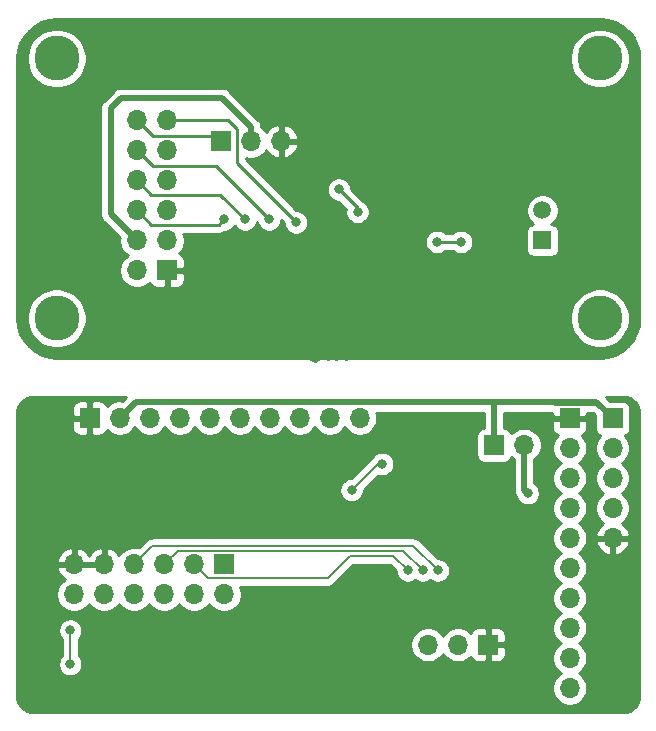
<source format=gbr>
G04 #@! TF.GenerationSoftware,KiCad,Pcbnew,(5.1.6)-1*
G04 #@! TF.CreationDate,2020-07-08T14:04:07+02:00*
G04 #@! TF.ProjectId,InteractiveGuitar,496e7465-7261-4637-9469-766547756974,rev?*
G04 #@! TF.SameCoordinates,Original*
G04 #@! TF.FileFunction,Copper,L2,Bot*
G04 #@! TF.FilePolarity,Positive*
%FSLAX46Y46*%
G04 Gerber Fmt 4.6, Leading zero omitted, Abs format (unit mm)*
G04 Created by KiCad (PCBNEW (5.1.6)-1) date 2020-07-08 14:04:07*
%MOMM*%
%LPD*%
G01*
G04 APERTURE LIST*
G04 #@! TA.AperFunction,ComponentPad*
%ADD10O,1.700000X1.700000*%
G04 #@! TD*
G04 #@! TA.AperFunction,ComponentPad*
%ADD11R,1.700000X1.700000*%
G04 #@! TD*
G04 #@! TA.AperFunction,ComponentPad*
%ADD12C,1.500000*%
G04 #@! TD*
G04 #@! TA.AperFunction,ComponentPad*
%ADD13R,1.500000X1.500000*%
G04 #@! TD*
G04 #@! TA.AperFunction,ComponentPad*
%ADD14C,3.800000*%
G04 #@! TD*
G04 #@! TA.AperFunction,ViaPad*
%ADD15C,0.800000*%
G04 #@! TD*
G04 #@! TA.AperFunction,Conductor*
%ADD16C,0.250000*%
G04 #@! TD*
G04 #@! TA.AperFunction,Conductor*
%ADD17C,0.500000*%
G04 #@! TD*
G04 #@! TA.AperFunction,Conductor*
%ADD18C,0.200000*%
G04 #@! TD*
G04 #@! TA.AperFunction,Conductor*
%ADD19C,0.254000*%
G04 #@! TD*
G04 APERTURE END LIST*
D10*
X163576000Y-106743500D03*
D11*
X161036000Y-106743500D03*
D10*
X125476000Y-119380000D03*
X125476000Y-116840000D03*
X128016000Y-119380000D03*
X128016000Y-116840000D03*
X130556000Y-119380000D03*
X130556000Y-116840000D03*
X133096000Y-119380000D03*
X133096000Y-116840000D03*
X135636000Y-119380000D03*
X135636000Y-116840000D03*
X138176000Y-119380000D03*
D11*
X138176000Y-116840000D03*
D10*
X155448000Y-123634500D03*
X157988000Y-123634500D03*
D11*
X160528000Y-123634500D03*
D10*
X143002000Y-81026000D03*
X140462000Y-81026000D03*
D11*
X137922000Y-81026000D03*
D10*
X130810000Y-79248000D03*
X133350000Y-79248000D03*
X130810000Y-81788000D03*
X133350000Y-81788000D03*
X130810000Y-84328000D03*
X133350000Y-84328000D03*
X130810000Y-86868000D03*
X133350000Y-86868000D03*
X130810000Y-89408000D03*
X133350000Y-89408000D03*
X130810000Y-91948000D03*
D11*
X133350000Y-91948000D03*
D10*
X171069000Y-114617500D03*
X171069000Y-112077500D03*
X171069000Y-109537500D03*
X171069000Y-106997500D03*
D11*
X171069000Y-104457500D03*
D12*
X165132000Y-86868000D03*
D13*
X165132000Y-89408000D03*
D10*
X149669500Y-104442500D03*
X147129500Y-104442500D03*
X144589500Y-104442500D03*
X142049500Y-104442500D03*
X139509500Y-104442500D03*
X136969500Y-104442500D03*
X134429500Y-104442500D03*
X131889500Y-104442500D03*
X129349500Y-104442500D03*
D11*
X126809500Y-104442500D03*
D10*
X167449500Y-127302500D03*
X167449500Y-124762500D03*
X167449500Y-122222500D03*
X167449500Y-119682500D03*
X167449500Y-117142500D03*
X167449500Y-114602500D03*
X167449500Y-112062500D03*
X167449500Y-109522500D03*
X167449500Y-106982500D03*
D11*
X167449500Y-104442500D03*
D14*
X170000000Y-74000000D03*
X170000000Y-96000000D03*
X124000000Y-96000000D03*
X124000000Y-74000000D03*
D15*
X150876000Y-83566000D03*
X159512000Y-76708000D03*
X137852000Y-90748000D03*
X138176000Y-94234000D03*
X132842000Y-72898000D03*
X163830000Y-115760500D03*
X138176000Y-87630000D03*
X139954000Y-87630000D03*
X141986000Y-87630000D03*
X158242000Y-89535000D03*
X156210000Y-89535000D03*
X144272000Y-87884000D03*
X149479000Y-86995000D03*
X147891500Y-85090000D03*
X163890500Y-110810500D03*
X156273500Y-117348000D03*
X155003500Y-117348000D03*
X153733500Y-117348000D03*
X125158500Y-122428000D03*
X125158500Y-125285500D03*
X148971000Y-110553500D03*
X151574500Y-108331000D03*
D16*
X132035001Y-88093001D02*
X130810000Y-86868000D01*
X137712999Y-88093001D02*
X132035001Y-88093001D01*
X138176000Y-87630000D02*
X137712999Y-88093001D01*
X132035001Y-85553001D02*
X130810000Y-84328000D01*
X137877001Y-85553001D02*
X132035001Y-85553001D01*
X139954000Y-87630000D02*
X137877001Y-85553001D01*
X132124999Y-83102999D02*
X130810000Y-81788000D01*
X137458999Y-83102999D02*
X132124999Y-83102999D01*
X141986000Y-87630000D02*
X137458999Y-83102999D01*
X156210000Y-89535000D02*
X158242000Y-89535000D01*
X144272000Y-87884000D02*
X144272000Y-87884000D01*
X139236999Y-82848999D02*
X144272000Y-87884000D01*
X139236999Y-79965997D02*
X139236999Y-82848999D01*
X138519002Y-79248000D02*
X139236999Y-79965997D01*
X133350000Y-79248000D02*
X138519002Y-79248000D01*
X149479000Y-86677500D02*
X149479000Y-86995000D01*
X147891500Y-85090000D02*
X149479000Y-86677500D01*
X137369001Y-80473001D02*
X137922000Y-81026000D01*
X137458999Y-80562999D02*
X137922000Y-81026000D01*
X132124999Y-80562999D02*
X137458999Y-80562999D01*
X130810000Y-79248000D02*
X132124999Y-80562999D01*
D17*
X140462000Y-79823919D02*
X137981081Y-77343000D01*
X140462000Y-81026000D02*
X140462000Y-79823919D01*
X137981081Y-77343000D02*
X129476500Y-77343000D01*
X129476500Y-77343000D02*
X128587500Y-78232000D01*
X128587500Y-87185500D02*
X130810000Y-89408000D01*
X128587500Y-78232000D02*
X128587500Y-87185500D01*
X169703999Y-103092499D02*
X171069000Y-104457500D01*
X129349500Y-104442500D02*
X130699501Y-103092499D01*
X169753999Y-103142499D02*
X171069000Y-104457500D01*
X166239499Y-103142499D02*
X169753999Y-103142499D01*
X161036000Y-103251000D02*
X161194501Y-103092499D01*
X161036000Y-106553000D02*
X161036000Y-103251000D01*
X161194501Y-103092499D02*
X169703999Y-103092499D01*
X130699501Y-103092499D02*
X161194501Y-103092499D01*
D18*
X154215489Y-115289989D02*
X156273500Y-117348000D01*
X132106011Y-115289989D02*
X154215489Y-115289989D01*
X130556000Y-116840000D02*
X132106011Y-115289989D01*
X134246001Y-115689999D02*
X153345499Y-115689999D01*
X153345499Y-115689999D02*
X155003500Y-117348000D01*
X133096000Y-116840000D02*
X134246001Y-115689999D01*
X148833499Y-116134499D02*
X152519999Y-116134499D01*
X146977997Y-117990001D02*
X148833499Y-116134499D01*
X152519999Y-116134499D02*
X153733500Y-117348000D01*
X136786001Y-117990001D02*
X146977997Y-117990001D01*
X135636000Y-116840000D02*
X136786001Y-117990001D01*
X125158500Y-122428000D02*
X125158500Y-125285500D01*
X125158500Y-125285500D02*
X125158500Y-125285500D01*
X151193500Y-108331000D02*
X151574500Y-108331000D01*
X148971000Y-110553500D02*
X151193500Y-108331000D01*
D17*
X163576000Y-110496000D02*
X163890500Y-110810500D01*
X163576000Y-106553000D02*
X163576000Y-110496000D01*
D19*
G36*
X129568460Y-102971961D02*
G01*
X129495760Y-102957500D01*
X129203240Y-102957500D01*
X128916342Y-103014568D01*
X128646089Y-103126510D01*
X128402868Y-103289025D01*
X128271013Y-103420880D01*
X128249002Y-103348320D01*
X128190037Y-103238006D01*
X128110685Y-103141315D01*
X128013994Y-103061963D01*
X127903680Y-103002998D01*
X127783982Y-102966688D01*
X127659500Y-102954428D01*
X127095250Y-102957500D01*
X126936500Y-103116250D01*
X126936500Y-104315500D01*
X126956500Y-104315500D01*
X126956500Y-104569500D01*
X126936500Y-104569500D01*
X126936500Y-105768750D01*
X127095250Y-105927500D01*
X127659500Y-105930572D01*
X127783982Y-105918312D01*
X127903680Y-105882002D01*
X128013994Y-105823037D01*
X128110685Y-105743685D01*
X128190037Y-105646994D01*
X128249002Y-105536680D01*
X128271013Y-105464120D01*
X128402868Y-105595975D01*
X128646089Y-105758490D01*
X128916342Y-105870432D01*
X129203240Y-105927500D01*
X129495760Y-105927500D01*
X129782658Y-105870432D01*
X130052911Y-105758490D01*
X130296132Y-105595975D01*
X130502975Y-105389132D01*
X130619500Y-105214740D01*
X130736025Y-105389132D01*
X130942868Y-105595975D01*
X131186089Y-105758490D01*
X131456342Y-105870432D01*
X131743240Y-105927500D01*
X132035760Y-105927500D01*
X132322658Y-105870432D01*
X132592911Y-105758490D01*
X132836132Y-105595975D01*
X133042975Y-105389132D01*
X133159500Y-105214740D01*
X133276025Y-105389132D01*
X133482868Y-105595975D01*
X133726089Y-105758490D01*
X133996342Y-105870432D01*
X134283240Y-105927500D01*
X134575760Y-105927500D01*
X134862658Y-105870432D01*
X135132911Y-105758490D01*
X135376132Y-105595975D01*
X135582975Y-105389132D01*
X135699500Y-105214740D01*
X135816025Y-105389132D01*
X136022868Y-105595975D01*
X136266089Y-105758490D01*
X136536342Y-105870432D01*
X136823240Y-105927500D01*
X137115760Y-105927500D01*
X137402658Y-105870432D01*
X137672911Y-105758490D01*
X137916132Y-105595975D01*
X138122975Y-105389132D01*
X138239500Y-105214740D01*
X138356025Y-105389132D01*
X138562868Y-105595975D01*
X138806089Y-105758490D01*
X139076342Y-105870432D01*
X139363240Y-105927500D01*
X139655760Y-105927500D01*
X139942658Y-105870432D01*
X140212911Y-105758490D01*
X140456132Y-105595975D01*
X140662975Y-105389132D01*
X140779500Y-105214740D01*
X140896025Y-105389132D01*
X141102868Y-105595975D01*
X141346089Y-105758490D01*
X141616342Y-105870432D01*
X141903240Y-105927500D01*
X142195760Y-105927500D01*
X142482658Y-105870432D01*
X142752911Y-105758490D01*
X142996132Y-105595975D01*
X143202975Y-105389132D01*
X143319500Y-105214740D01*
X143436025Y-105389132D01*
X143642868Y-105595975D01*
X143886089Y-105758490D01*
X144156342Y-105870432D01*
X144443240Y-105927500D01*
X144735760Y-105927500D01*
X145022658Y-105870432D01*
X145292911Y-105758490D01*
X145536132Y-105595975D01*
X145742975Y-105389132D01*
X145859500Y-105214740D01*
X145976025Y-105389132D01*
X146182868Y-105595975D01*
X146426089Y-105758490D01*
X146696342Y-105870432D01*
X146983240Y-105927500D01*
X147275760Y-105927500D01*
X147562658Y-105870432D01*
X147832911Y-105758490D01*
X148076132Y-105595975D01*
X148282975Y-105389132D01*
X148399500Y-105214740D01*
X148516025Y-105389132D01*
X148722868Y-105595975D01*
X148966089Y-105758490D01*
X149236342Y-105870432D01*
X149523240Y-105927500D01*
X149815760Y-105927500D01*
X150102658Y-105870432D01*
X150372911Y-105758490D01*
X150616132Y-105595975D01*
X150822975Y-105389132D01*
X150985490Y-105145911D01*
X151097432Y-104875658D01*
X151154500Y-104588760D01*
X151154500Y-104296240D01*
X151097432Y-104009342D01*
X151084242Y-103977499D01*
X160151001Y-103977499D01*
X160151000Y-105258875D01*
X160061518Y-105267688D01*
X159941820Y-105303998D01*
X159831506Y-105362963D01*
X159734815Y-105442315D01*
X159655463Y-105539006D01*
X159596498Y-105649320D01*
X159560188Y-105769018D01*
X159547928Y-105893500D01*
X159547928Y-107593500D01*
X159560188Y-107717982D01*
X159596498Y-107837680D01*
X159655463Y-107947994D01*
X159734815Y-108044685D01*
X159831506Y-108124037D01*
X159941820Y-108183002D01*
X160061518Y-108219312D01*
X160186000Y-108231572D01*
X161886000Y-108231572D01*
X162010482Y-108219312D01*
X162130180Y-108183002D01*
X162240494Y-108124037D01*
X162337185Y-108044685D01*
X162416537Y-107947994D01*
X162475502Y-107837680D01*
X162497513Y-107765120D01*
X162629368Y-107896975D01*
X162691000Y-107938156D01*
X162691001Y-110452521D01*
X162686719Y-110496000D01*
X162703805Y-110669490D01*
X162754412Y-110836313D01*
X162836590Y-110990059D01*
X162881928Y-111045304D01*
X162895274Y-111112398D01*
X162973295Y-111300756D01*
X163086563Y-111470274D01*
X163230726Y-111614437D01*
X163400244Y-111727705D01*
X163588602Y-111805726D01*
X163788561Y-111845500D01*
X163992439Y-111845500D01*
X164192398Y-111805726D01*
X164380756Y-111727705D01*
X164550274Y-111614437D01*
X164694437Y-111470274D01*
X164807705Y-111300756D01*
X164885726Y-111112398D01*
X164925500Y-110912439D01*
X164925500Y-110708561D01*
X164885726Y-110508602D01*
X164807705Y-110320244D01*
X164694437Y-110150726D01*
X164550274Y-110006563D01*
X164461000Y-109946912D01*
X164461000Y-107938156D01*
X164522632Y-107896975D01*
X164729475Y-107690132D01*
X164891990Y-107446911D01*
X165003932Y-107176658D01*
X165061000Y-106889760D01*
X165061000Y-106597240D01*
X165003932Y-106310342D01*
X164891990Y-106040089D01*
X164729475Y-105796868D01*
X164522632Y-105590025D01*
X164279411Y-105427510D01*
X164009158Y-105315568D01*
X163893189Y-105292500D01*
X165961428Y-105292500D01*
X165973688Y-105416982D01*
X166009998Y-105536680D01*
X166068963Y-105646994D01*
X166148315Y-105743685D01*
X166245006Y-105823037D01*
X166355320Y-105882002D01*
X166427880Y-105904013D01*
X166296025Y-106035868D01*
X166133510Y-106279089D01*
X166021568Y-106549342D01*
X165964500Y-106836240D01*
X165964500Y-107128760D01*
X166021568Y-107415658D01*
X166133510Y-107685911D01*
X166296025Y-107929132D01*
X166502868Y-108135975D01*
X166677260Y-108252500D01*
X166502868Y-108369025D01*
X166296025Y-108575868D01*
X166133510Y-108819089D01*
X166021568Y-109089342D01*
X165964500Y-109376240D01*
X165964500Y-109668760D01*
X166021568Y-109955658D01*
X166133510Y-110225911D01*
X166296025Y-110469132D01*
X166502868Y-110675975D01*
X166677260Y-110792500D01*
X166502868Y-110909025D01*
X166296025Y-111115868D01*
X166133510Y-111359089D01*
X166021568Y-111629342D01*
X165964500Y-111916240D01*
X165964500Y-112208760D01*
X166021568Y-112495658D01*
X166133510Y-112765911D01*
X166296025Y-113009132D01*
X166502868Y-113215975D01*
X166677260Y-113332500D01*
X166502868Y-113449025D01*
X166296025Y-113655868D01*
X166133510Y-113899089D01*
X166021568Y-114169342D01*
X165964500Y-114456240D01*
X165964500Y-114748760D01*
X166021568Y-115035658D01*
X166133510Y-115305911D01*
X166296025Y-115549132D01*
X166502868Y-115755975D01*
X166677260Y-115872500D01*
X166502868Y-115989025D01*
X166296025Y-116195868D01*
X166133510Y-116439089D01*
X166021568Y-116709342D01*
X165964500Y-116996240D01*
X165964500Y-117288760D01*
X166021568Y-117575658D01*
X166133510Y-117845911D01*
X166296025Y-118089132D01*
X166502868Y-118295975D01*
X166677260Y-118412500D01*
X166502868Y-118529025D01*
X166296025Y-118735868D01*
X166133510Y-118979089D01*
X166021568Y-119249342D01*
X165964500Y-119536240D01*
X165964500Y-119828760D01*
X166021568Y-120115658D01*
X166133510Y-120385911D01*
X166296025Y-120629132D01*
X166502868Y-120835975D01*
X166677260Y-120952500D01*
X166502868Y-121069025D01*
X166296025Y-121275868D01*
X166133510Y-121519089D01*
X166021568Y-121789342D01*
X165964500Y-122076240D01*
X165964500Y-122368760D01*
X166021568Y-122655658D01*
X166133510Y-122925911D01*
X166296025Y-123169132D01*
X166502868Y-123375975D01*
X166677260Y-123492500D01*
X166502868Y-123609025D01*
X166296025Y-123815868D01*
X166133510Y-124059089D01*
X166021568Y-124329342D01*
X165964500Y-124616240D01*
X165964500Y-124908760D01*
X166021568Y-125195658D01*
X166133510Y-125465911D01*
X166296025Y-125709132D01*
X166502868Y-125915975D01*
X166677260Y-126032500D01*
X166502868Y-126149025D01*
X166296025Y-126355868D01*
X166133510Y-126599089D01*
X166021568Y-126869342D01*
X165964500Y-127156240D01*
X165964500Y-127448760D01*
X166021568Y-127735658D01*
X166133510Y-128005911D01*
X166296025Y-128249132D01*
X166502868Y-128455975D01*
X166746089Y-128618490D01*
X167016342Y-128730432D01*
X167303240Y-128787500D01*
X167595760Y-128787500D01*
X167882658Y-128730432D01*
X168152911Y-128618490D01*
X168396132Y-128455975D01*
X168602975Y-128249132D01*
X168765490Y-128005911D01*
X168877432Y-127735658D01*
X168934500Y-127448760D01*
X168934500Y-127156240D01*
X168877432Y-126869342D01*
X168765490Y-126599089D01*
X168602975Y-126355868D01*
X168396132Y-126149025D01*
X168221740Y-126032500D01*
X168396132Y-125915975D01*
X168602975Y-125709132D01*
X168765490Y-125465911D01*
X168877432Y-125195658D01*
X168934500Y-124908760D01*
X168934500Y-124616240D01*
X168877432Y-124329342D01*
X168765490Y-124059089D01*
X168602975Y-123815868D01*
X168396132Y-123609025D01*
X168221740Y-123492500D01*
X168396132Y-123375975D01*
X168602975Y-123169132D01*
X168765490Y-122925911D01*
X168877432Y-122655658D01*
X168934500Y-122368760D01*
X168934500Y-122076240D01*
X168877432Y-121789342D01*
X168765490Y-121519089D01*
X168602975Y-121275868D01*
X168396132Y-121069025D01*
X168221740Y-120952500D01*
X168396132Y-120835975D01*
X168602975Y-120629132D01*
X168765490Y-120385911D01*
X168877432Y-120115658D01*
X168934500Y-119828760D01*
X168934500Y-119536240D01*
X168877432Y-119249342D01*
X168765490Y-118979089D01*
X168602975Y-118735868D01*
X168396132Y-118529025D01*
X168221740Y-118412500D01*
X168396132Y-118295975D01*
X168602975Y-118089132D01*
X168765490Y-117845911D01*
X168877432Y-117575658D01*
X168934500Y-117288760D01*
X168934500Y-116996240D01*
X168877432Y-116709342D01*
X168765490Y-116439089D01*
X168602975Y-116195868D01*
X168396132Y-115989025D01*
X168221740Y-115872500D01*
X168396132Y-115755975D01*
X168602975Y-115549132D01*
X168765490Y-115305911D01*
X168877432Y-115035658D01*
X168889619Y-114974390D01*
X169627524Y-114974390D01*
X169672175Y-115121599D01*
X169797359Y-115384420D01*
X169971412Y-115617769D01*
X170187645Y-115812678D01*
X170437748Y-115961657D01*
X170712109Y-116058981D01*
X170942000Y-115938314D01*
X170942000Y-114744500D01*
X171196000Y-114744500D01*
X171196000Y-115938314D01*
X171425891Y-116058981D01*
X171700252Y-115961657D01*
X171950355Y-115812678D01*
X172166588Y-115617769D01*
X172340641Y-115384420D01*
X172465825Y-115121599D01*
X172510476Y-114974390D01*
X172389155Y-114744500D01*
X171196000Y-114744500D01*
X170942000Y-114744500D01*
X169748845Y-114744500D01*
X169627524Y-114974390D01*
X168889619Y-114974390D01*
X168934500Y-114748760D01*
X168934500Y-114456240D01*
X168877432Y-114169342D01*
X168765490Y-113899089D01*
X168602975Y-113655868D01*
X168396132Y-113449025D01*
X168221740Y-113332500D01*
X168396132Y-113215975D01*
X168602975Y-113009132D01*
X168765490Y-112765911D01*
X168877432Y-112495658D01*
X168934500Y-112208760D01*
X168934500Y-111916240D01*
X168877432Y-111629342D01*
X168765490Y-111359089D01*
X168602975Y-111115868D01*
X168396132Y-110909025D01*
X168221740Y-110792500D01*
X168396132Y-110675975D01*
X168602975Y-110469132D01*
X168765490Y-110225911D01*
X168877432Y-109955658D01*
X168934500Y-109668760D01*
X168934500Y-109376240D01*
X168877432Y-109089342D01*
X168765490Y-108819089D01*
X168602975Y-108575868D01*
X168396132Y-108369025D01*
X168221740Y-108252500D01*
X168396132Y-108135975D01*
X168602975Y-107929132D01*
X168765490Y-107685911D01*
X168877432Y-107415658D01*
X168934500Y-107128760D01*
X168934500Y-106836240D01*
X168877432Y-106549342D01*
X168765490Y-106279089D01*
X168602975Y-106035868D01*
X168471120Y-105904013D01*
X168543680Y-105882002D01*
X168653994Y-105823037D01*
X168750685Y-105743685D01*
X168830037Y-105646994D01*
X168889002Y-105536680D01*
X168925312Y-105416982D01*
X168937572Y-105292500D01*
X168934500Y-104728250D01*
X168775750Y-104569500D01*
X167576500Y-104569500D01*
X167576500Y-104589500D01*
X167322500Y-104589500D01*
X167322500Y-104569500D01*
X166123250Y-104569500D01*
X165964500Y-104728250D01*
X165961428Y-105292500D01*
X163893189Y-105292500D01*
X163722260Y-105258500D01*
X163429740Y-105258500D01*
X163142842Y-105315568D01*
X162872589Y-105427510D01*
X162629368Y-105590025D01*
X162497513Y-105721880D01*
X162475502Y-105649320D01*
X162416537Y-105539006D01*
X162337185Y-105442315D01*
X162240494Y-105362963D01*
X162130180Y-105303998D01*
X162010482Y-105267688D01*
X161921000Y-105258875D01*
X161921000Y-103977499D01*
X165943395Y-103977499D01*
X165963557Y-103983615D01*
X165964500Y-104156750D01*
X166123250Y-104315500D01*
X167322500Y-104315500D01*
X167322500Y-104295500D01*
X167576500Y-104295500D01*
X167576500Y-104315500D01*
X168775750Y-104315500D01*
X168934500Y-104156750D01*
X168935204Y-104027499D01*
X169387421Y-104027499D01*
X169580928Y-104221006D01*
X169580928Y-105307500D01*
X169593188Y-105431982D01*
X169629498Y-105551680D01*
X169688463Y-105661994D01*
X169767815Y-105758685D01*
X169864506Y-105838037D01*
X169974820Y-105897002D01*
X170047380Y-105919013D01*
X169915525Y-106050868D01*
X169753010Y-106294089D01*
X169641068Y-106564342D01*
X169584000Y-106851240D01*
X169584000Y-107143760D01*
X169641068Y-107430658D01*
X169753010Y-107700911D01*
X169915525Y-107944132D01*
X170122368Y-108150975D01*
X170296760Y-108267500D01*
X170122368Y-108384025D01*
X169915525Y-108590868D01*
X169753010Y-108834089D01*
X169641068Y-109104342D01*
X169584000Y-109391240D01*
X169584000Y-109683760D01*
X169641068Y-109970658D01*
X169753010Y-110240911D01*
X169915525Y-110484132D01*
X170122368Y-110690975D01*
X170296760Y-110807500D01*
X170122368Y-110924025D01*
X169915525Y-111130868D01*
X169753010Y-111374089D01*
X169641068Y-111644342D01*
X169584000Y-111931240D01*
X169584000Y-112223760D01*
X169641068Y-112510658D01*
X169753010Y-112780911D01*
X169915525Y-113024132D01*
X170122368Y-113230975D01*
X170304534Y-113352695D01*
X170187645Y-113422322D01*
X169971412Y-113617231D01*
X169797359Y-113850580D01*
X169672175Y-114113401D01*
X169627524Y-114260610D01*
X169748845Y-114490500D01*
X170942000Y-114490500D01*
X170942000Y-114470500D01*
X171196000Y-114470500D01*
X171196000Y-114490500D01*
X172389155Y-114490500D01*
X172510476Y-114260610D01*
X172465825Y-114113401D01*
X172340641Y-113850580D01*
X172166588Y-113617231D01*
X171950355Y-113422322D01*
X171833466Y-113352695D01*
X172015632Y-113230975D01*
X172222475Y-113024132D01*
X172384990Y-112780911D01*
X172496932Y-112510658D01*
X172554000Y-112223760D01*
X172554000Y-111931240D01*
X172496932Y-111644342D01*
X172384990Y-111374089D01*
X172222475Y-111130868D01*
X172015632Y-110924025D01*
X171841240Y-110807500D01*
X172015632Y-110690975D01*
X172222475Y-110484132D01*
X172384990Y-110240911D01*
X172496932Y-109970658D01*
X172554000Y-109683760D01*
X172554000Y-109391240D01*
X172496932Y-109104342D01*
X172384990Y-108834089D01*
X172222475Y-108590868D01*
X172015632Y-108384025D01*
X171841240Y-108267500D01*
X172015632Y-108150975D01*
X172222475Y-107944132D01*
X172384990Y-107700911D01*
X172496932Y-107430658D01*
X172554000Y-107143760D01*
X172554000Y-106851240D01*
X172496932Y-106564342D01*
X172384990Y-106294089D01*
X172222475Y-106050868D01*
X172090620Y-105919013D01*
X172163180Y-105897002D01*
X172273494Y-105838037D01*
X172370185Y-105758685D01*
X172449537Y-105661994D01*
X172508502Y-105551680D01*
X172544812Y-105431982D01*
X172557072Y-105307500D01*
X172557072Y-103607500D01*
X172544812Y-103483018D01*
X172508502Y-103363320D01*
X172449537Y-103253006D01*
X172370185Y-103156315D01*
X172273494Y-103076963D01*
X172163180Y-103017998D01*
X172043482Y-102981688D01*
X171919000Y-102969428D01*
X170832506Y-102969428D01*
X170523078Y-102660000D01*
X171967721Y-102660000D01*
X172259659Y-102688625D01*
X172509429Y-102764035D01*
X172739792Y-102886522D01*
X172941980Y-103051422D01*
X173108286Y-103252450D01*
X173232378Y-103481954D01*
X173309531Y-103731195D01*
X173340000Y-104021089D01*
X173340001Y-127967711D01*
X173311375Y-128259660D01*
X173235965Y-128509429D01*
X173113477Y-128739794D01*
X172948579Y-128941979D01*
X172747546Y-129108288D01*
X172518046Y-129232378D01*
X172268805Y-129309531D01*
X171978911Y-129340000D01*
X122032279Y-129340000D01*
X121740340Y-129311375D01*
X121490571Y-129235965D01*
X121260206Y-129113477D01*
X121058021Y-128948579D01*
X120891712Y-128747546D01*
X120767622Y-128518046D01*
X120690469Y-128268805D01*
X120660000Y-127978911D01*
X120660000Y-122326061D01*
X124123500Y-122326061D01*
X124123500Y-122529939D01*
X124163274Y-122729898D01*
X124241295Y-122918256D01*
X124354563Y-123087774D01*
X124423500Y-123156711D01*
X124423501Y-124556788D01*
X124354563Y-124625726D01*
X124241295Y-124795244D01*
X124163274Y-124983602D01*
X124123500Y-125183561D01*
X124123500Y-125387439D01*
X124163274Y-125587398D01*
X124241295Y-125775756D01*
X124354563Y-125945274D01*
X124498726Y-126089437D01*
X124668244Y-126202705D01*
X124856602Y-126280726D01*
X125056561Y-126320500D01*
X125260439Y-126320500D01*
X125460398Y-126280726D01*
X125648756Y-126202705D01*
X125818274Y-126089437D01*
X125962437Y-125945274D01*
X126075705Y-125775756D01*
X126153726Y-125587398D01*
X126193500Y-125387439D01*
X126193500Y-125183561D01*
X126153726Y-124983602D01*
X126075705Y-124795244D01*
X125962437Y-124625726D01*
X125893500Y-124556789D01*
X125893500Y-123488240D01*
X153963000Y-123488240D01*
X153963000Y-123780760D01*
X154020068Y-124067658D01*
X154132010Y-124337911D01*
X154294525Y-124581132D01*
X154501368Y-124787975D01*
X154744589Y-124950490D01*
X155014842Y-125062432D01*
X155301740Y-125119500D01*
X155594260Y-125119500D01*
X155881158Y-125062432D01*
X156151411Y-124950490D01*
X156394632Y-124787975D01*
X156601475Y-124581132D01*
X156718000Y-124406740D01*
X156834525Y-124581132D01*
X157041368Y-124787975D01*
X157284589Y-124950490D01*
X157554842Y-125062432D01*
X157841740Y-125119500D01*
X158134260Y-125119500D01*
X158421158Y-125062432D01*
X158691411Y-124950490D01*
X158934632Y-124787975D01*
X159066487Y-124656120D01*
X159088498Y-124728680D01*
X159147463Y-124838994D01*
X159226815Y-124935685D01*
X159323506Y-125015037D01*
X159433820Y-125074002D01*
X159553518Y-125110312D01*
X159678000Y-125122572D01*
X160242250Y-125119500D01*
X160401000Y-124960750D01*
X160401000Y-123761500D01*
X160655000Y-123761500D01*
X160655000Y-124960750D01*
X160813750Y-125119500D01*
X161378000Y-125122572D01*
X161502482Y-125110312D01*
X161622180Y-125074002D01*
X161732494Y-125015037D01*
X161829185Y-124935685D01*
X161908537Y-124838994D01*
X161967502Y-124728680D01*
X162003812Y-124608982D01*
X162016072Y-124484500D01*
X162013000Y-123920250D01*
X161854250Y-123761500D01*
X160655000Y-123761500D01*
X160401000Y-123761500D01*
X160381000Y-123761500D01*
X160381000Y-123507500D01*
X160401000Y-123507500D01*
X160401000Y-122308250D01*
X160655000Y-122308250D01*
X160655000Y-123507500D01*
X161854250Y-123507500D01*
X162013000Y-123348750D01*
X162016072Y-122784500D01*
X162003812Y-122660018D01*
X161967502Y-122540320D01*
X161908537Y-122430006D01*
X161829185Y-122333315D01*
X161732494Y-122253963D01*
X161622180Y-122194998D01*
X161502482Y-122158688D01*
X161378000Y-122146428D01*
X160813750Y-122149500D01*
X160655000Y-122308250D01*
X160401000Y-122308250D01*
X160242250Y-122149500D01*
X159678000Y-122146428D01*
X159553518Y-122158688D01*
X159433820Y-122194998D01*
X159323506Y-122253963D01*
X159226815Y-122333315D01*
X159147463Y-122430006D01*
X159088498Y-122540320D01*
X159066487Y-122612880D01*
X158934632Y-122481025D01*
X158691411Y-122318510D01*
X158421158Y-122206568D01*
X158134260Y-122149500D01*
X157841740Y-122149500D01*
X157554842Y-122206568D01*
X157284589Y-122318510D01*
X157041368Y-122481025D01*
X156834525Y-122687868D01*
X156718000Y-122862260D01*
X156601475Y-122687868D01*
X156394632Y-122481025D01*
X156151411Y-122318510D01*
X155881158Y-122206568D01*
X155594260Y-122149500D01*
X155301740Y-122149500D01*
X155014842Y-122206568D01*
X154744589Y-122318510D01*
X154501368Y-122481025D01*
X154294525Y-122687868D01*
X154132010Y-122931089D01*
X154020068Y-123201342D01*
X153963000Y-123488240D01*
X125893500Y-123488240D01*
X125893500Y-123156711D01*
X125962437Y-123087774D01*
X126075705Y-122918256D01*
X126153726Y-122729898D01*
X126193500Y-122529939D01*
X126193500Y-122326061D01*
X126153726Y-122126102D01*
X126075705Y-121937744D01*
X125962437Y-121768226D01*
X125818274Y-121624063D01*
X125648756Y-121510795D01*
X125460398Y-121432774D01*
X125260439Y-121393000D01*
X125056561Y-121393000D01*
X124856602Y-121432774D01*
X124668244Y-121510795D01*
X124498726Y-121624063D01*
X124354563Y-121768226D01*
X124241295Y-121937744D01*
X124163274Y-122126102D01*
X124123500Y-122326061D01*
X120660000Y-122326061D01*
X120660000Y-119233740D01*
X123991000Y-119233740D01*
X123991000Y-119526260D01*
X124048068Y-119813158D01*
X124160010Y-120083411D01*
X124322525Y-120326632D01*
X124529368Y-120533475D01*
X124772589Y-120695990D01*
X125042842Y-120807932D01*
X125329740Y-120865000D01*
X125622260Y-120865000D01*
X125909158Y-120807932D01*
X126179411Y-120695990D01*
X126422632Y-120533475D01*
X126629475Y-120326632D01*
X126746000Y-120152240D01*
X126862525Y-120326632D01*
X127069368Y-120533475D01*
X127312589Y-120695990D01*
X127582842Y-120807932D01*
X127869740Y-120865000D01*
X128162260Y-120865000D01*
X128449158Y-120807932D01*
X128719411Y-120695990D01*
X128962632Y-120533475D01*
X129169475Y-120326632D01*
X129286000Y-120152240D01*
X129402525Y-120326632D01*
X129609368Y-120533475D01*
X129852589Y-120695990D01*
X130122842Y-120807932D01*
X130409740Y-120865000D01*
X130702260Y-120865000D01*
X130989158Y-120807932D01*
X131259411Y-120695990D01*
X131502632Y-120533475D01*
X131709475Y-120326632D01*
X131826000Y-120152240D01*
X131942525Y-120326632D01*
X132149368Y-120533475D01*
X132392589Y-120695990D01*
X132662842Y-120807932D01*
X132949740Y-120865000D01*
X133242260Y-120865000D01*
X133529158Y-120807932D01*
X133799411Y-120695990D01*
X134042632Y-120533475D01*
X134249475Y-120326632D01*
X134366000Y-120152240D01*
X134482525Y-120326632D01*
X134689368Y-120533475D01*
X134932589Y-120695990D01*
X135202842Y-120807932D01*
X135489740Y-120865000D01*
X135782260Y-120865000D01*
X136069158Y-120807932D01*
X136339411Y-120695990D01*
X136582632Y-120533475D01*
X136789475Y-120326632D01*
X136906000Y-120152240D01*
X137022525Y-120326632D01*
X137229368Y-120533475D01*
X137472589Y-120695990D01*
X137742842Y-120807932D01*
X138029740Y-120865000D01*
X138322260Y-120865000D01*
X138609158Y-120807932D01*
X138879411Y-120695990D01*
X139122632Y-120533475D01*
X139329475Y-120326632D01*
X139491990Y-120083411D01*
X139603932Y-119813158D01*
X139661000Y-119526260D01*
X139661000Y-119233740D01*
X139603932Y-118946842D01*
X139512043Y-118725001D01*
X146941892Y-118725001D01*
X146977997Y-118728557D01*
X147014102Y-118725001D01*
X147122082Y-118714366D01*
X147260630Y-118672338D01*
X147388317Y-118604088D01*
X147500235Y-118512239D01*
X147523255Y-118484189D01*
X149137946Y-116869499D01*
X152215553Y-116869499D01*
X152698500Y-117352447D01*
X152698500Y-117449939D01*
X152738274Y-117649898D01*
X152816295Y-117838256D01*
X152929563Y-118007774D01*
X153073726Y-118151937D01*
X153243244Y-118265205D01*
X153431602Y-118343226D01*
X153631561Y-118383000D01*
X153835439Y-118383000D01*
X154035398Y-118343226D01*
X154223756Y-118265205D01*
X154368500Y-118168490D01*
X154513244Y-118265205D01*
X154701602Y-118343226D01*
X154901561Y-118383000D01*
X155105439Y-118383000D01*
X155305398Y-118343226D01*
X155493756Y-118265205D01*
X155638500Y-118168490D01*
X155783244Y-118265205D01*
X155971602Y-118343226D01*
X156171561Y-118383000D01*
X156375439Y-118383000D01*
X156575398Y-118343226D01*
X156763756Y-118265205D01*
X156933274Y-118151937D01*
X157077437Y-118007774D01*
X157190705Y-117838256D01*
X157268726Y-117649898D01*
X157308500Y-117449939D01*
X157308500Y-117246061D01*
X157268726Y-117046102D01*
X157190705Y-116857744D01*
X157077437Y-116688226D01*
X156933274Y-116544063D01*
X156763756Y-116430795D01*
X156575398Y-116352774D01*
X156375439Y-116313000D01*
X156277947Y-116313000D01*
X154760747Y-114795801D01*
X154737727Y-114767751D01*
X154625809Y-114675902D01*
X154498122Y-114607652D01*
X154359574Y-114565624D01*
X154251594Y-114554989D01*
X154215489Y-114551433D01*
X154179384Y-114554989D01*
X132142116Y-114554989D01*
X132106011Y-114551433D01*
X131961926Y-114565624D01*
X131823377Y-114607652D01*
X131695691Y-114675902D01*
X131583773Y-114767751D01*
X131560757Y-114795796D01*
X130951897Y-115404656D01*
X130702260Y-115355000D01*
X130409740Y-115355000D01*
X130122842Y-115412068D01*
X129852589Y-115524010D01*
X129609368Y-115686525D01*
X129402525Y-115893368D01*
X129280805Y-116075534D01*
X129211178Y-115958645D01*
X129016269Y-115742412D01*
X128782920Y-115568359D01*
X128520099Y-115443175D01*
X128372890Y-115398524D01*
X128143000Y-115519845D01*
X128143000Y-116713000D01*
X128163000Y-116713000D01*
X128163000Y-116967000D01*
X128143000Y-116967000D01*
X128143000Y-116987000D01*
X127889000Y-116987000D01*
X127889000Y-116967000D01*
X125603000Y-116967000D01*
X125603000Y-116987000D01*
X125349000Y-116987000D01*
X125349000Y-116967000D01*
X124155186Y-116967000D01*
X124034519Y-117196891D01*
X124131843Y-117471252D01*
X124280822Y-117721355D01*
X124475731Y-117937588D01*
X124705406Y-118108900D01*
X124529368Y-118226525D01*
X124322525Y-118433368D01*
X124160010Y-118676589D01*
X124048068Y-118946842D01*
X123991000Y-119233740D01*
X120660000Y-119233740D01*
X120660000Y-116483109D01*
X124034519Y-116483109D01*
X124155186Y-116713000D01*
X125349000Y-116713000D01*
X125349000Y-115519845D01*
X125603000Y-115519845D01*
X125603000Y-116713000D01*
X127889000Y-116713000D01*
X127889000Y-115519845D01*
X127659110Y-115398524D01*
X127511901Y-115443175D01*
X127249080Y-115568359D01*
X127015731Y-115742412D01*
X126820822Y-115958645D01*
X126746000Y-116084255D01*
X126671178Y-115958645D01*
X126476269Y-115742412D01*
X126242920Y-115568359D01*
X125980099Y-115443175D01*
X125832890Y-115398524D01*
X125603000Y-115519845D01*
X125349000Y-115519845D01*
X125119110Y-115398524D01*
X124971901Y-115443175D01*
X124709080Y-115568359D01*
X124475731Y-115742412D01*
X124280822Y-115958645D01*
X124131843Y-116208748D01*
X124034519Y-116483109D01*
X120660000Y-116483109D01*
X120660000Y-110451561D01*
X147936000Y-110451561D01*
X147936000Y-110655439D01*
X147975774Y-110855398D01*
X148053795Y-111043756D01*
X148167063Y-111213274D01*
X148311226Y-111357437D01*
X148480744Y-111470705D01*
X148669102Y-111548726D01*
X148869061Y-111588500D01*
X149072939Y-111588500D01*
X149272898Y-111548726D01*
X149461256Y-111470705D01*
X149630774Y-111357437D01*
X149774937Y-111213274D01*
X149888205Y-111043756D01*
X149966226Y-110855398D01*
X150006000Y-110655439D01*
X150006000Y-110557946D01*
X151247937Y-109316009D01*
X151272602Y-109326226D01*
X151472561Y-109366000D01*
X151676439Y-109366000D01*
X151876398Y-109326226D01*
X152064756Y-109248205D01*
X152234274Y-109134937D01*
X152378437Y-108990774D01*
X152491705Y-108821256D01*
X152569726Y-108632898D01*
X152609500Y-108432939D01*
X152609500Y-108229061D01*
X152569726Y-108029102D01*
X152491705Y-107840744D01*
X152378437Y-107671226D01*
X152234274Y-107527063D01*
X152064756Y-107413795D01*
X151876398Y-107335774D01*
X151676439Y-107296000D01*
X151472561Y-107296000D01*
X151272602Y-107335774D01*
X151084244Y-107413795D01*
X150914726Y-107527063D01*
X150770563Y-107671226D01*
X150687653Y-107795311D01*
X150671262Y-107808762D01*
X150648246Y-107836807D01*
X148966554Y-109518500D01*
X148869061Y-109518500D01*
X148669102Y-109558274D01*
X148480744Y-109636295D01*
X148311226Y-109749563D01*
X148167063Y-109893726D01*
X148053795Y-110063244D01*
X147975774Y-110251602D01*
X147936000Y-110451561D01*
X120660000Y-110451561D01*
X120660000Y-105292500D01*
X125321428Y-105292500D01*
X125333688Y-105416982D01*
X125369998Y-105536680D01*
X125428963Y-105646994D01*
X125508315Y-105743685D01*
X125605006Y-105823037D01*
X125715320Y-105882002D01*
X125835018Y-105918312D01*
X125959500Y-105930572D01*
X126523750Y-105927500D01*
X126682500Y-105768750D01*
X126682500Y-104569500D01*
X125483250Y-104569500D01*
X125324500Y-104728250D01*
X125321428Y-105292500D01*
X120660000Y-105292500D01*
X120660000Y-104032279D01*
X120688625Y-103740341D01*
X120733260Y-103592500D01*
X125321428Y-103592500D01*
X125324500Y-104156750D01*
X125483250Y-104315500D01*
X126682500Y-104315500D01*
X126682500Y-103116250D01*
X126523750Y-102957500D01*
X125959500Y-102954428D01*
X125835018Y-102966688D01*
X125715320Y-103002998D01*
X125605006Y-103061963D01*
X125508315Y-103141315D01*
X125428963Y-103238006D01*
X125369998Y-103348320D01*
X125333688Y-103468018D01*
X125321428Y-103592500D01*
X120733260Y-103592500D01*
X120764035Y-103490571D01*
X120886522Y-103260208D01*
X121051422Y-103058020D01*
X121252450Y-102891714D01*
X121481954Y-102767622D01*
X121731195Y-102690469D01*
X122021088Y-102660000D01*
X129880421Y-102660000D01*
X129568460Y-102971961D01*
G37*
X129568460Y-102971961D02*
X129495760Y-102957500D01*
X129203240Y-102957500D01*
X128916342Y-103014568D01*
X128646089Y-103126510D01*
X128402868Y-103289025D01*
X128271013Y-103420880D01*
X128249002Y-103348320D01*
X128190037Y-103238006D01*
X128110685Y-103141315D01*
X128013994Y-103061963D01*
X127903680Y-103002998D01*
X127783982Y-102966688D01*
X127659500Y-102954428D01*
X127095250Y-102957500D01*
X126936500Y-103116250D01*
X126936500Y-104315500D01*
X126956500Y-104315500D01*
X126956500Y-104569500D01*
X126936500Y-104569500D01*
X126936500Y-105768750D01*
X127095250Y-105927500D01*
X127659500Y-105930572D01*
X127783982Y-105918312D01*
X127903680Y-105882002D01*
X128013994Y-105823037D01*
X128110685Y-105743685D01*
X128190037Y-105646994D01*
X128249002Y-105536680D01*
X128271013Y-105464120D01*
X128402868Y-105595975D01*
X128646089Y-105758490D01*
X128916342Y-105870432D01*
X129203240Y-105927500D01*
X129495760Y-105927500D01*
X129782658Y-105870432D01*
X130052911Y-105758490D01*
X130296132Y-105595975D01*
X130502975Y-105389132D01*
X130619500Y-105214740D01*
X130736025Y-105389132D01*
X130942868Y-105595975D01*
X131186089Y-105758490D01*
X131456342Y-105870432D01*
X131743240Y-105927500D01*
X132035760Y-105927500D01*
X132322658Y-105870432D01*
X132592911Y-105758490D01*
X132836132Y-105595975D01*
X133042975Y-105389132D01*
X133159500Y-105214740D01*
X133276025Y-105389132D01*
X133482868Y-105595975D01*
X133726089Y-105758490D01*
X133996342Y-105870432D01*
X134283240Y-105927500D01*
X134575760Y-105927500D01*
X134862658Y-105870432D01*
X135132911Y-105758490D01*
X135376132Y-105595975D01*
X135582975Y-105389132D01*
X135699500Y-105214740D01*
X135816025Y-105389132D01*
X136022868Y-105595975D01*
X136266089Y-105758490D01*
X136536342Y-105870432D01*
X136823240Y-105927500D01*
X137115760Y-105927500D01*
X137402658Y-105870432D01*
X137672911Y-105758490D01*
X137916132Y-105595975D01*
X138122975Y-105389132D01*
X138239500Y-105214740D01*
X138356025Y-105389132D01*
X138562868Y-105595975D01*
X138806089Y-105758490D01*
X139076342Y-105870432D01*
X139363240Y-105927500D01*
X139655760Y-105927500D01*
X139942658Y-105870432D01*
X140212911Y-105758490D01*
X140456132Y-105595975D01*
X140662975Y-105389132D01*
X140779500Y-105214740D01*
X140896025Y-105389132D01*
X141102868Y-105595975D01*
X141346089Y-105758490D01*
X141616342Y-105870432D01*
X141903240Y-105927500D01*
X142195760Y-105927500D01*
X142482658Y-105870432D01*
X142752911Y-105758490D01*
X142996132Y-105595975D01*
X143202975Y-105389132D01*
X143319500Y-105214740D01*
X143436025Y-105389132D01*
X143642868Y-105595975D01*
X143886089Y-105758490D01*
X144156342Y-105870432D01*
X144443240Y-105927500D01*
X144735760Y-105927500D01*
X145022658Y-105870432D01*
X145292911Y-105758490D01*
X145536132Y-105595975D01*
X145742975Y-105389132D01*
X145859500Y-105214740D01*
X145976025Y-105389132D01*
X146182868Y-105595975D01*
X146426089Y-105758490D01*
X146696342Y-105870432D01*
X146983240Y-105927500D01*
X147275760Y-105927500D01*
X147562658Y-105870432D01*
X147832911Y-105758490D01*
X148076132Y-105595975D01*
X148282975Y-105389132D01*
X148399500Y-105214740D01*
X148516025Y-105389132D01*
X148722868Y-105595975D01*
X148966089Y-105758490D01*
X149236342Y-105870432D01*
X149523240Y-105927500D01*
X149815760Y-105927500D01*
X150102658Y-105870432D01*
X150372911Y-105758490D01*
X150616132Y-105595975D01*
X150822975Y-105389132D01*
X150985490Y-105145911D01*
X151097432Y-104875658D01*
X151154500Y-104588760D01*
X151154500Y-104296240D01*
X151097432Y-104009342D01*
X151084242Y-103977499D01*
X160151001Y-103977499D01*
X160151000Y-105258875D01*
X160061518Y-105267688D01*
X159941820Y-105303998D01*
X159831506Y-105362963D01*
X159734815Y-105442315D01*
X159655463Y-105539006D01*
X159596498Y-105649320D01*
X159560188Y-105769018D01*
X159547928Y-105893500D01*
X159547928Y-107593500D01*
X159560188Y-107717982D01*
X159596498Y-107837680D01*
X159655463Y-107947994D01*
X159734815Y-108044685D01*
X159831506Y-108124037D01*
X159941820Y-108183002D01*
X160061518Y-108219312D01*
X160186000Y-108231572D01*
X161886000Y-108231572D01*
X162010482Y-108219312D01*
X162130180Y-108183002D01*
X162240494Y-108124037D01*
X162337185Y-108044685D01*
X162416537Y-107947994D01*
X162475502Y-107837680D01*
X162497513Y-107765120D01*
X162629368Y-107896975D01*
X162691000Y-107938156D01*
X162691001Y-110452521D01*
X162686719Y-110496000D01*
X162703805Y-110669490D01*
X162754412Y-110836313D01*
X162836590Y-110990059D01*
X162881928Y-111045304D01*
X162895274Y-111112398D01*
X162973295Y-111300756D01*
X163086563Y-111470274D01*
X163230726Y-111614437D01*
X163400244Y-111727705D01*
X163588602Y-111805726D01*
X163788561Y-111845500D01*
X163992439Y-111845500D01*
X164192398Y-111805726D01*
X164380756Y-111727705D01*
X164550274Y-111614437D01*
X164694437Y-111470274D01*
X164807705Y-111300756D01*
X164885726Y-111112398D01*
X164925500Y-110912439D01*
X164925500Y-110708561D01*
X164885726Y-110508602D01*
X164807705Y-110320244D01*
X164694437Y-110150726D01*
X164550274Y-110006563D01*
X164461000Y-109946912D01*
X164461000Y-107938156D01*
X164522632Y-107896975D01*
X164729475Y-107690132D01*
X164891990Y-107446911D01*
X165003932Y-107176658D01*
X165061000Y-106889760D01*
X165061000Y-106597240D01*
X165003932Y-106310342D01*
X164891990Y-106040089D01*
X164729475Y-105796868D01*
X164522632Y-105590025D01*
X164279411Y-105427510D01*
X164009158Y-105315568D01*
X163893189Y-105292500D01*
X165961428Y-105292500D01*
X165973688Y-105416982D01*
X166009998Y-105536680D01*
X166068963Y-105646994D01*
X166148315Y-105743685D01*
X166245006Y-105823037D01*
X166355320Y-105882002D01*
X166427880Y-105904013D01*
X166296025Y-106035868D01*
X166133510Y-106279089D01*
X166021568Y-106549342D01*
X165964500Y-106836240D01*
X165964500Y-107128760D01*
X166021568Y-107415658D01*
X166133510Y-107685911D01*
X166296025Y-107929132D01*
X166502868Y-108135975D01*
X166677260Y-108252500D01*
X166502868Y-108369025D01*
X166296025Y-108575868D01*
X166133510Y-108819089D01*
X166021568Y-109089342D01*
X165964500Y-109376240D01*
X165964500Y-109668760D01*
X166021568Y-109955658D01*
X166133510Y-110225911D01*
X166296025Y-110469132D01*
X166502868Y-110675975D01*
X166677260Y-110792500D01*
X166502868Y-110909025D01*
X166296025Y-111115868D01*
X166133510Y-111359089D01*
X166021568Y-111629342D01*
X165964500Y-111916240D01*
X165964500Y-112208760D01*
X166021568Y-112495658D01*
X166133510Y-112765911D01*
X166296025Y-113009132D01*
X166502868Y-113215975D01*
X166677260Y-113332500D01*
X166502868Y-113449025D01*
X166296025Y-113655868D01*
X166133510Y-113899089D01*
X166021568Y-114169342D01*
X165964500Y-114456240D01*
X165964500Y-114748760D01*
X166021568Y-115035658D01*
X166133510Y-115305911D01*
X166296025Y-115549132D01*
X166502868Y-115755975D01*
X166677260Y-115872500D01*
X166502868Y-115989025D01*
X166296025Y-116195868D01*
X166133510Y-116439089D01*
X166021568Y-116709342D01*
X165964500Y-116996240D01*
X165964500Y-117288760D01*
X166021568Y-117575658D01*
X166133510Y-117845911D01*
X166296025Y-118089132D01*
X166502868Y-118295975D01*
X166677260Y-118412500D01*
X166502868Y-118529025D01*
X166296025Y-118735868D01*
X166133510Y-118979089D01*
X166021568Y-119249342D01*
X165964500Y-119536240D01*
X165964500Y-119828760D01*
X166021568Y-120115658D01*
X166133510Y-120385911D01*
X166296025Y-120629132D01*
X166502868Y-120835975D01*
X166677260Y-120952500D01*
X166502868Y-121069025D01*
X166296025Y-121275868D01*
X166133510Y-121519089D01*
X166021568Y-121789342D01*
X165964500Y-122076240D01*
X165964500Y-122368760D01*
X166021568Y-122655658D01*
X166133510Y-122925911D01*
X166296025Y-123169132D01*
X166502868Y-123375975D01*
X166677260Y-123492500D01*
X166502868Y-123609025D01*
X166296025Y-123815868D01*
X166133510Y-124059089D01*
X166021568Y-124329342D01*
X165964500Y-124616240D01*
X165964500Y-124908760D01*
X166021568Y-125195658D01*
X166133510Y-125465911D01*
X166296025Y-125709132D01*
X166502868Y-125915975D01*
X166677260Y-126032500D01*
X166502868Y-126149025D01*
X166296025Y-126355868D01*
X166133510Y-126599089D01*
X166021568Y-126869342D01*
X165964500Y-127156240D01*
X165964500Y-127448760D01*
X166021568Y-127735658D01*
X166133510Y-128005911D01*
X166296025Y-128249132D01*
X166502868Y-128455975D01*
X166746089Y-128618490D01*
X167016342Y-128730432D01*
X167303240Y-128787500D01*
X167595760Y-128787500D01*
X167882658Y-128730432D01*
X168152911Y-128618490D01*
X168396132Y-128455975D01*
X168602975Y-128249132D01*
X168765490Y-128005911D01*
X168877432Y-127735658D01*
X168934500Y-127448760D01*
X168934500Y-127156240D01*
X168877432Y-126869342D01*
X168765490Y-126599089D01*
X168602975Y-126355868D01*
X168396132Y-126149025D01*
X168221740Y-126032500D01*
X168396132Y-125915975D01*
X168602975Y-125709132D01*
X168765490Y-125465911D01*
X168877432Y-125195658D01*
X168934500Y-124908760D01*
X168934500Y-124616240D01*
X168877432Y-124329342D01*
X168765490Y-124059089D01*
X168602975Y-123815868D01*
X168396132Y-123609025D01*
X168221740Y-123492500D01*
X168396132Y-123375975D01*
X168602975Y-123169132D01*
X168765490Y-122925911D01*
X168877432Y-122655658D01*
X168934500Y-122368760D01*
X168934500Y-122076240D01*
X168877432Y-121789342D01*
X168765490Y-121519089D01*
X168602975Y-121275868D01*
X168396132Y-121069025D01*
X168221740Y-120952500D01*
X168396132Y-120835975D01*
X168602975Y-120629132D01*
X168765490Y-120385911D01*
X168877432Y-120115658D01*
X168934500Y-119828760D01*
X168934500Y-119536240D01*
X168877432Y-119249342D01*
X168765490Y-118979089D01*
X168602975Y-118735868D01*
X168396132Y-118529025D01*
X168221740Y-118412500D01*
X168396132Y-118295975D01*
X168602975Y-118089132D01*
X168765490Y-117845911D01*
X168877432Y-117575658D01*
X168934500Y-117288760D01*
X168934500Y-116996240D01*
X168877432Y-116709342D01*
X168765490Y-116439089D01*
X168602975Y-116195868D01*
X168396132Y-115989025D01*
X168221740Y-115872500D01*
X168396132Y-115755975D01*
X168602975Y-115549132D01*
X168765490Y-115305911D01*
X168877432Y-115035658D01*
X168889619Y-114974390D01*
X169627524Y-114974390D01*
X169672175Y-115121599D01*
X169797359Y-115384420D01*
X169971412Y-115617769D01*
X170187645Y-115812678D01*
X170437748Y-115961657D01*
X170712109Y-116058981D01*
X170942000Y-115938314D01*
X170942000Y-114744500D01*
X171196000Y-114744500D01*
X171196000Y-115938314D01*
X171425891Y-116058981D01*
X171700252Y-115961657D01*
X171950355Y-115812678D01*
X172166588Y-115617769D01*
X172340641Y-115384420D01*
X172465825Y-115121599D01*
X172510476Y-114974390D01*
X172389155Y-114744500D01*
X171196000Y-114744500D01*
X170942000Y-114744500D01*
X169748845Y-114744500D01*
X169627524Y-114974390D01*
X168889619Y-114974390D01*
X168934500Y-114748760D01*
X168934500Y-114456240D01*
X168877432Y-114169342D01*
X168765490Y-113899089D01*
X168602975Y-113655868D01*
X168396132Y-113449025D01*
X168221740Y-113332500D01*
X168396132Y-113215975D01*
X168602975Y-113009132D01*
X168765490Y-112765911D01*
X168877432Y-112495658D01*
X168934500Y-112208760D01*
X168934500Y-111916240D01*
X168877432Y-111629342D01*
X168765490Y-111359089D01*
X168602975Y-111115868D01*
X168396132Y-110909025D01*
X168221740Y-110792500D01*
X168396132Y-110675975D01*
X168602975Y-110469132D01*
X168765490Y-110225911D01*
X168877432Y-109955658D01*
X168934500Y-109668760D01*
X168934500Y-109376240D01*
X168877432Y-109089342D01*
X168765490Y-108819089D01*
X168602975Y-108575868D01*
X168396132Y-108369025D01*
X168221740Y-108252500D01*
X168396132Y-108135975D01*
X168602975Y-107929132D01*
X168765490Y-107685911D01*
X168877432Y-107415658D01*
X168934500Y-107128760D01*
X168934500Y-106836240D01*
X168877432Y-106549342D01*
X168765490Y-106279089D01*
X168602975Y-106035868D01*
X168471120Y-105904013D01*
X168543680Y-105882002D01*
X168653994Y-105823037D01*
X168750685Y-105743685D01*
X168830037Y-105646994D01*
X168889002Y-105536680D01*
X168925312Y-105416982D01*
X168937572Y-105292500D01*
X168934500Y-104728250D01*
X168775750Y-104569500D01*
X167576500Y-104569500D01*
X167576500Y-104589500D01*
X167322500Y-104589500D01*
X167322500Y-104569500D01*
X166123250Y-104569500D01*
X165964500Y-104728250D01*
X165961428Y-105292500D01*
X163893189Y-105292500D01*
X163722260Y-105258500D01*
X163429740Y-105258500D01*
X163142842Y-105315568D01*
X162872589Y-105427510D01*
X162629368Y-105590025D01*
X162497513Y-105721880D01*
X162475502Y-105649320D01*
X162416537Y-105539006D01*
X162337185Y-105442315D01*
X162240494Y-105362963D01*
X162130180Y-105303998D01*
X162010482Y-105267688D01*
X161921000Y-105258875D01*
X161921000Y-103977499D01*
X165943395Y-103977499D01*
X165963557Y-103983615D01*
X165964500Y-104156750D01*
X166123250Y-104315500D01*
X167322500Y-104315500D01*
X167322500Y-104295500D01*
X167576500Y-104295500D01*
X167576500Y-104315500D01*
X168775750Y-104315500D01*
X168934500Y-104156750D01*
X168935204Y-104027499D01*
X169387421Y-104027499D01*
X169580928Y-104221006D01*
X169580928Y-105307500D01*
X169593188Y-105431982D01*
X169629498Y-105551680D01*
X169688463Y-105661994D01*
X169767815Y-105758685D01*
X169864506Y-105838037D01*
X169974820Y-105897002D01*
X170047380Y-105919013D01*
X169915525Y-106050868D01*
X169753010Y-106294089D01*
X169641068Y-106564342D01*
X169584000Y-106851240D01*
X169584000Y-107143760D01*
X169641068Y-107430658D01*
X169753010Y-107700911D01*
X169915525Y-107944132D01*
X170122368Y-108150975D01*
X170296760Y-108267500D01*
X170122368Y-108384025D01*
X169915525Y-108590868D01*
X169753010Y-108834089D01*
X169641068Y-109104342D01*
X169584000Y-109391240D01*
X169584000Y-109683760D01*
X169641068Y-109970658D01*
X169753010Y-110240911D01*
X169915525Y-110484132D01*
X170122368Y-110690975D01*
X170296760Y-110807500D01*
X170122368Y-110924025D01*
X169915525Y-111130868D01*
X169753010Y-111374089D01*
X169641068Y-111644342D01*
X169584000Y-111931240D01*
X169584000Y-112223760D01*
X169641068Y-112510658D01*
X169753010Y-112780911D01*
X169915525Y-113024132D01*
X170122368Y-113230975D01*
X170304534Y-113352695D01*
X170187645Y-113422322D01*
X169971412Y-113617231D01*
X169797359Y-113850580D01*
X169672175Y-114113401D01*
X169627524Y-114260610D01*
X169748845Y-114490500D01*
X170942000Y-114490500D01*
X170942000Y-114470500D01*
X171196000Y-114470500D01*
X171196000Y-114490500D01*
X172389155Y-114490500D01*
X172510476Y-114260610D01*
X172465825Y-114113401D01*
X172340641Y-113850580D01*
X172166588Y-113617231D01*
X171950355Y-113422322D01*
X171833466Y-113352695D01*
X172015632Y-113230975D01*
X172222475Y-113024132D01*
X172384990Y-112780911D01*
X172496932Y-112510658D01*
X172554000Y-112223760D01*
X172554000Y-111931240D01*
X172496932Y-111644342D01*
X172384990Y-111374089D01*
X172222475Y-111130868D01*
X172015632Y-110924025D01*
X171841240Y-110807500D01*
X172015632Y-110690975D01*
X172222475Y-110484132D01*
X172384990Y-110240911D01*
X172496932Y-109970658D01*
X172554000Y-109683760D01*
X172554000Y-109391240D01*
X172496932Y-109104342D01*
X172384990Y-108834089D01*
X172222475Y-108590868D01*
X172015632Y-108384025D01*
X171841240Y-108267500D01*
X172015632Y-108150975D01*
X172222475Y-107944132D01*
X172384990Y-107700911D01*
X172496932Y-107430658D01*
X172554000Y-107143760D01*
X172554000Y-106851240D01*
X172496932Y-106564342D01*
X172384990Y-106294089D01*
X172222475Y-106050868D01*
X172090620Y-105919013D01*
X172163180Y-105897002D01*
X172273494Y-105838037D01*
X172370185Y-105758685D01*
X172449537Y-105661994D01*
X172508502Y-105551680D01*
X172544812Y-105431982D01*
X172557072Y-105307500D01*
X172557072Y-103607500D01*
X172544812Y-103483018D01*
X172508502Y-103363320D01*
X172449537Y-103253006D01*
X172370185Y-103156315D01*
X172273494Y-103076963D01*
X172163180Y-103017998D01*
X172043482Y-102981688D01*
X171919000Y-102969428D01*
X170832506Y-102969428D01*
X170523078Y-102660000D01*
X171967721Y-102660000D01*
X172259659Y-102688625D01*
X172509429Y-102764035D01*
X172739792Y-102886522D01*
X172941980Y-103051422D01*
X173108286Y-103252450D01*
X173232378Y-103481954D01*
X173309531Y-103731195D01*
X173340000Y-104021089D01*
X173340001Y-127967711D01*
X173311375Y-128259660D01*
X173235965Y-128509429D01*
X173113477Y-128739794D01*
X172948579Y-128941979D01*
X172747546Y-129108288D01*
X172518046Y-129232378D01*
X172268805Y-129309531D01*
X171978911Y-129340000D01*
X122032279Y-129340000D01*
X121740340Y-129311375D01*
X121490571Y-129235965D01*
X121260206Y-129113477D01*
X121058021Y-128948579D01*
X120891712Y-128747546D01*
X120767622Y-128518046D01*
X120690469Y-128268805D01*
X120660000Y-127978911D01*
X120660000Y-122326061D01*
X124123500Y-122326061D01*
X124123500Y-122529939D01*
X124163274Y-122729898D01*
X124241295Y-122918256D01*
X124354563Y-123087774D01*
X124423500Y-123156711D01*
X124423501Y-124556788D01*
X124354563Y-124625726D01*
X124241295Y-124795244D01*
X124163274Y-124983602D01*
X124123500Y-125183561D01*
X124123500Y-125387439D01*
X124163274Y-125587398D01*
X124241295Y-125775756D01*
X124354563Y-125945274D01*
X124498726Y-126089437D01*
X124668244Y-126202705D01*
X124856602Y-126280726D01*
X125056561Y-126320500D01*
X125260439Y-126320500D01*
X125460398Y-126280726D01*
X125648756Y-126202705D01*
X125818274Y-126089437D01*
X125962437Y-125945274D01*
X126075705Y-125775756D01*
X126153726Y-125587398D01*
X126193500Y-125387439D01*
X126193500Y-125183561D01*
X126153726Y-124983602D01*
X126075705Y-124795244D01*
X125962437Y-124625726D01*
X125893500Y-124556789D01*
X125893500Y-123488240D01*
X153963000Y-123488240D01*
X153963000Y-123780760D01*
X154020068Y-124067658D01*
X154132010Y-124337911D01*
X154294525Y-124581132D01*
X154501368Y-124787975D01*
X154744589Y-124950490D01*
X155014842Y-125062432D01*
X155301740Y-125119500D01*
X155594260Y-125119500D01*
X155881158Y-125062432D01*
X156151411Y-124950490D01*
X156394632Y-124787975D01*
X156601475Y-124581132D01*
X156718000Y-124406740D01*
X156834525Y-124581132D01*
X157041368Y-124787975D01*
X157284589Y-124950490D01*
X157554842Y-125062432D01*
X157841740Y-125119500D01*
X158134260Y-125119500D01*
X158421158Y-125062432D01*
X158691411Y-124950490D01*
X158934632Y-124787975D01*
X159066487Y-124656120D01*
X159088498Y-124728680D01*
X159147463Y-124838994D01*
X159226815Y-124935685D01*
X159323506Y-125015037D01*
X159433820Y-125074002D01*
X159553518Y-125110312D01*
X159678000Y-125122572D01*
X160242250Y-125119500D01*
X160401000Y-124960750D01*
X160401000Y-123761500D01*
X160655000Y-123761500D01*
X160655000Y-124960750D01*
X160813750Y-125119500D01*
X161378000Y-125122572D01*
X161502482Y-125110312D01*
X161622180Y-125074002D01*
X161732494Y-125015037D01*
X161829185Y-124935685D01*
X161908537Y-124838994D01*
X161967502Y-124728680D01*
X162003812Y-124608982D01*
X162016072Y-124484500D01*
X162013000Y-123920250D01*
X161854250Y-123761500D01*
X160655000Y-123761500D01*
X160401000Y-123761500D01*
X160381000Y-123761500D01*
X160381000Y-123507500D01*
X160401000Y-123507500D01*
X160401000Y-122308250D01*
X160655000Y-122308250D01*
X160655000Y-123507500D01*
X161854250Y-123507500D01*
X162013000Y-123348750D01*
X162016072Y-122784500D01*
X162003812Y-122660018D01*
X161967502Y-122540320D01*
X161908537Y-122430006D01*
X161829185Y-122333315D01*
X161732494Y-122253963D01*
X161622180Y-122194998D01*
X161502482Y-122158688D01*
X161378000Y-122146428D01*
X160813750Y-122149500D01*
X160655000Y-122308250D01*
X160401000Y-122308250D01*
X160242250Y-122149500D01*
X159678000Y-122146428D01*
X159553518Y-122158688D01*
X159433820Y-122194998D01*
X159323506Y-122253963D01*
X159226815Y-122333315D01*
X159147463Y-122430006D01*
X159088498Y-122540320D01*
X159066487Y-122612880D01*
X158934632Y-122481025D01*
X158691411Y-122318510D01*
X158421158Y-122206568D01*
X158134260Y-122149500D01*
X157841740Y-122149500D01*
X157554842Y-122206568D01*
X157284589Y-122318510D01*
X157041368Y-122481025D01*
X156834525Y-122687868D01*
X156718000Y-122862260D01*
X156601475Y-122687868D01*
X156394632Y-122481025D01*
X156151411Y-122318510D01*
X155881158Y-122206568D01*
X155594260Y-122149500D01*
X155301740Y-122149500D01*
X155014842Y-122206568D01*
X154744589Y-122318510D01*
X154501368Y-122481025D01*
X154294525Y-122687868D01*
X154132010Y-122931089D01*
X154020068Y-123201342D01*
X153963000Y-123488240D01*
X125893500Y-123488240D01*
X125893500Y-123156711D01*
X125962437Y-123087774D01*
X126075705Y-122918256D01*
X126153726Y-122729898D01*
X126193500Y-122529939D01*
X126193500Y-122326061D01*
X126153726Y-122126102D01*
X126075705Y-121937744D01*
X125962437Y-121768226D01*
X125818274Y-121624063D01*
X125648756Y-121510795D01*
X125460398Y-121432774D01*
X125260439Y-121393000D01*
X125056561Y-121393000D01*
X124856602Y-121432774D01*
X124668244Y-121510795D01*
X124498726Y-121624063D01*
X124354563Y-121768226D01*
X124241295Y-121937744D01*
X124163274Y-122126102D01*
X124123500Y-122326061D01*
X120660000Y-122326061D01*
X120660000Y-119233740D01*
X123991000Y-119233740D01*
X123991000Y-119526260D01*
X124048068Y-119813158D01*
X124160010Y-120083411D01*
X124322525Y-120326632D01*
X124529368Y-120533475D01*
X124772589Y-120695990D01*
X125042842Y-120807932D01*
X125329740Y-120865000D01*
X125622260Y-120865000D01*
X125909158Y-120807932D01*
X126179411Y-120695990D01*
X126422632Y-120533475D01*
X126629475Y-120326632D01*
X126746000Y-120152240D01*
X126862525Y-120326632D01*
X127069368Y-120533475D01*
X127312589Y-120695990D01*
X127582842Y-120807932D01*
X127869740Y-120865000D01*
X128162260Y-120865000D01*
X128449158Y-120807932D01*
X128719411Y-120695990D01*
X128962632Y-120533475D01*
X129169475Y-120326632D01*
X129286000Y-120152240D01*
X129402525Y-120326632D01*
X129609368Y-120533475D01*
X129852589Y-120695990D01*
X130122842Y-120807932D01*
X130409740Y-120865000D01*
X130702260Y-120865000D01*
X130989158Y-120807932D01*
X131259411Y-120695990D01*
X131502632Y-120533475D01*
X131709475Y-120326632D01*
X131826000Y-120152240D01*
X131942525Y-120326632D01*
X132149368Y-120533475D01*
X132392589Y-120695990D01*
X132662842Y-120807932D01*
X132949740Y-120865000D01*
X133242260Y-120865000D01*
X133529158Y-120807932D01*
X133799411Y-120695990D01*
X134042632Y-120533475D01*
X134249475Y-120326632D01*
X134366000Y-120152240D01*
X134482525Y-120326632D01*
X134689368Y-120533475D01*
X134932589Y-120695990D01*
X135202842Y-120807932D01*
X135489740Y-120865000D01*
X135782260Y-120865000D01*
X136069158Y-120807932D01*
X136339411Y-120695990D01*
X136582632Y-120533475D01*
X136789475Y-120326632D01*
X136906000Y-120152240D01*
X137022525Y-120326632D01*
X137229368Y-120533475D01*
X137472589Y-120695990D01*
X137742842Y-120807932D01*
X138029740Y-120865000D01*
X138322260Y-120865000D01*
X138609158Y-120807932D01*
X138879411Y-120695990D01*
X139122632Y-120533475D01*
X139329475Y-120326632D01*
X139491990Y-120083411D01*
X139603932Y-119813158D01*
X139661000Y-119526260D01*
X139661000Y-119233740D01*
X139603932Y-118946842D01*
X139512043Y-118725001D01*
X146941892Y-118725001D01*
X146977997Y-118728557D01*
X147014102Y-118725001D01*
X147122082Y-118714366D01*
X147260630Y-118672338D01*
X147388317Y-118604088D01*
X147500235Y-118512239D01*
X147523255Y-118484189D01*
X149137946Y-116869499D01*
X152215553Y-116869499D01*
X152698500Y-117352447D01*
X152698500Y-117449939D01*
X152738274Y-117649898D01*
X152816295Y-117838256D01*
X152929563Y-118007774D01*
X153073726Y-118151937D01*
X153243244Y-118265205D01*
X153431602Y-118343226D01*
X153631561Y-118383000D01*
X153835439Y-118383000D01*
X154035398Y-118343226D01*
X154223756Y-118265205D01*
X154368500Y-118168490D01*
X154513244Y-118265205D01*
X154701602Y-118343226D01*
X154901561Y-118383000D01*
X155105439Y-118383000D01*
X155305398Y-118343226D01*
X155493756Y-118265205D01*
X155638500Y-118168490D01*
X155783244Y-118265205D01*
X155971602Y-118343226D01*
X156171561Y-118383000D01*
X156375439Y-118383000D01*
X156575398Y-118343226D01*
X156763756Y-118265205D01*
X156933274Y-118151937D01*
X157077437Y-118007774D01*
X157190705Y-117838256D01*
X157268726Y-117649898D01*
X157308500Y-117449939D01*
X157308500Y-117246061D01*
X157268726Y-117046102D01*
X157190705Y-116857744D01*
X157077437Y-116688226D01*
X156933274Y-116544063D01*
X156763756Y-116430795D01*
X156575398Y-116352774D01*
X156375439Y-116313000D01*
X156277947Y-116313000D01*
X154760747Y-114795801D01*
X154737727Y-114767751D01*
X154625809Y-114675902D01*
X154498122Y-114607652D01*
X154359574Y-114565624D01*
X154251594Y-114554989D01*
X154215489Y-114551433D01*
X154179384Y-114554989D01*
X132142116Y-114554989D01*
X132106011Y-114551433D01*
X131961926Y-114565624D01*
X131823377Y-114607652D01*
X131695691Y-114675902D01*
X131583773Y-114767751D01*
X131560757Y-114795796D01*
X130951897Y-115404656D01*
X130702260Y-115355000D01*
X130409740Y-115355000D01*
X130122842Y-115412068D01*
X129852589Y-115524010D01*
X129609368Y-115686525D01*
X129402525Y-115893368D01*
X129280805Y-116075534D01*
X129211178Y-115958645D01*
X129016269Y-115742412D01*
X128782920Y-115568359D01*
X128520099Y-115443175D01*
X128372890Y-115398524D01*
X128143000Y-115519845D01*
X128143000Y-116713000D01*
X128163000Y-116713000D01*
X128163000Y-116967000D01*
X128143000Y-116967000D01*
X128143000Y-116987000D01*
X127889000Y-116987000D01*
X127889000Y-116967000D01*
X125603000Y-116967000D01*
X125603000Y-116987000D01*
X125349000Y-116987000D01*
X125349000Y-116967000D01*
X124155186Y-116967000D01*
X124034519Y-117196891D01*
X124131843Y-117471252D01*
X124280822Y-117721355D01*
X124475731Y-117937588D01*
X124705406Y-118108900D01*
X124529368Y-118226525D01*
X124322525Y-118433368D01*
X124160010Y-118676589D01*
X124048068Y-118946842D01*
X123991000Y-119233740D01*
X120660000Y-119233740D01*
X120660000Y-116483109D01*
X124034519Y-116483109D01*
X124155186Y-116713000D01*
X125349000Y-116713000D01*
X125349000Y-115519845D01*
X125603000Y-115519845D01*
X125603000Y-116713000D01*
X127889000Y-116713000D01*
X127889000Y-115519845D01*
X127659110Y-115398524D01*
X127511901Y-115443175D01*
X127249080Y-115568359D01*
X127015731Y-115742412D01*
X126820822Y-115958645D01*
X126746000Y-116084255D01*
X126671178Y-115958645D01*
X126476269Y-115742412D01*
X126242920Y-115568359D01*
X125980099Y-115443175D01*
X125832890Y-115398524D01*
X125603000Y-115519845D01*
X125349000Y-115519845D01*
X125119110Y-115398524D01*
X124971901Y-115443175D01*
X124709080Y-115568359D01*
X124475731Y-115742412D01*
X124280822Y-115958645D01*
X124131843Y-116208748D01*
X124034519Y-116483109D01*
X120660000Y-116483109D01*
X120660000Y-110451561D01*
X147936000Y-110451561D01*
X147936000Y-110655439D01*
X147975774Y-110855398D01*
X148053795Y-111043756D01*
X148167063Y-111213274D01*
X148311226Y-111357437D01*
X148480744Y-111470705D01*
X148669102Y-111548726D01*
X148869061Y-111588500D01*
X149072939Y-111588500D01*
X149272898Y-111548726D01*
X149461256Y-111470705D01*
X149630774Y-111357437D01*
X149774937Y-111213274D01*
X149888205Y-111043756D01*
X149966226Y-110855398D01*
X150006000Y-110655439D01*
X150006000Y-110557946D01*
X151247937Y-109316009D01*
X151272602Y-109326226D01*
X151472561Y-109366000D01*
X151676439Y-109366000D01*
X151876398Y-109326226D01*
X152064756Y-109248205D01*
X152234274Y-109134937D01*
X152378437Y-108990774D01*
X152491705Y-108821256D01*
X152569726Y-108632898D01*
X152609500Y-108432939D01*
X152609500Y-108229061D01*
X152569726Y-108029102D01*
X152491705Y-107840744D01*
X152378437Y-107671226D01*
X152234274Y-107527063D01*
X152064756Y-107413795D01*
X151876398Y-107335774D01*
X151676439Y-107296000D01*
X151472561Y-107296000D01*
X151272602Y-107335774D01*
X151084244Y-107413795D01*
X150914726Y-107527063D01*
X150770563Y-107671226D01*
X150687653Y-107795311D01*
X150671262Y-107808762D01*
X150648246Y-107836807D01*
X148966554Y-109518500D01*
X148869061Y-109518500D01*
X148669102Y-109558274D01*
X148480744Y-109636295D01*
X148311226Y-109749563D01*
X148167063Y-109893726D01*
X148053795Y-110063244D01*
X147975774Y-110251602D01*
X147936000Y-110451561D01*
X120660000Y-110451561D01*
X120660000Y-105292500D01*
X125321428Y-105292500D01*
X125333688Y-105416982D01*
X125369998Y-105536680D01*
X125428963Y-105646994D01*
X125508315Y-105743685D01*
X125605006Y-105823037D01*
X125715320Y-105882002D01*
X125835018Y-105918312D01*
X125959500Y-105930572D01*
X126523750Y-105927500D01*
X126682500Y-105768750D01*
X126682500Y-104569500D01*
X125483250Y-104569500D01*
X125324500Y-104728250D01*
X125321428Y-105292500D01*
X120660000Y-105292500D01*
X120660000Y-104032279D01*
X120688625Y-103740341D01*
X120733260Y-103592500D01*
X125321428Y-103592500D01*
X125324500Y-104156750D01*
X125483250Y-104315500D01*
X126682500Y-104315500D01*
X126682500Y-103116250D01*
X126523750Y-102957500D01*
X125959500Y-102954428D01*
X125835018Y-102966688D01*
X125715320Y-103002998D01*
X125605006Y-103061963D01*
X125508315Y-103141315D01*
X125428963Y-103238006D01*
X125369998Y-103348320D01*
X125333688Y-103468018D01*
X125321428Y-103592500D01*
X120733260Y-103592500D01*
X120764035Y-103490571D01*
X120886522Y-103260208D01*
X121051422Y-103058020D01*
X121252450Y-102891714D01*
X121481954Y-102767622D01*
X121731195Y-102690469D01*
X122021088Y-102660000D01*
X129880421Y-102660000D01*
X129568460Y-102971961D01*
G36*
X170648126Y-70726714D02*
G01*
X171271572Y-70914943D01*
X171846579Y-71220681D01*
X172351247Y-71632279D01*
X172766362Y-72134067D01*
X173076105Y-72706924D01*
X173268682Y-73329039D01*
X173340000Y-74007584D01*
X173340001Y-95967711D01*
X173273286Y-96648126D01*
X173085057Y-97271570D01*
X172779323Y-97846573D01*
X172367721Y-98351248D01*
X171865933Y-98766362D01*
X171293077Y-99076104D01*
X170670961Y-99268682D01*
X169992417Y-99340000D01*
X148967581Y-99340000D01*
X148934613Y-99343247D01*
X148921633Y-99343247D01*
X148912468Y-99344210D01*
X148718518Y-99365965D01*
X148660019Y-99378400D01*
X148601325Y-99390022D01*
X148592522Y-99392747D01*
X148482093Y-99427777D01*
X148328145Y-99364010D01*
X148157165Y-99330000D01*
X147982835Y-99330000D01*
X147811855Y-99364010D01*
X147695000Y-99412413D01*
X147578145Y-99364010D01*
X147407165Y-99330000D01*
X147232835Y-99330000D01*
X147061855Y-99364010D01*
X146945000Y-99412413D01*
X146828145Y-99364010D01*
X146657165Y-99330000D01*
X146482835Y-99330000D01*
X146311855Y-99364010D01*
X146150795Y-99430723D01*
X146005845Y-99527576D01*
X145914891Y-99618530D01*
X145871349Y-99588716D01*
X145863243Y-99584333D01*
X145690921Y-99492708D01*
X145635606Y-99469909D01*
X145580634Y-99446348D01*
X145571831Y-99443623D01*
X145384995Y-99387214D01*
X145326307Y-99375594D01*
X145267804Y-99363158D01*
X145258639Y-99362195D01*
X145064405Y-99343150D01*
X145064402Y-99343150D01*
X145032419Y-99340000D01*
X124032279Y-99340000D01*
X123351874Y-99273286D01*
X122728430Y-99085057D01*
X122153427Y-98779323D01*
X121648752Y-98367721D01*
X121233638Y-97865933D01*
X120923896Y-97293077D01*
X120731318Y-96670961D01*
X120660000Y-95992417D01*
X120660000Y-95750324D01*
X121465000Y-95750324D01*
X121465000Y-96249676D01*
X121562418Y-96739432D01*
X121753512Y-97200773D01*
X122030937Y-97615968D01*
X122384032Y-97969063D01*
X122799227Y-98246488D01*
X123260568Y-98437582D01*
X123750324Y-98535000D01*
X124249676Y-98535000D01*
X124739432Y-98437582D01*
X125200773Y-98246488D01*
X125615968Y-97969063D01*
X125969063Y-97615968D01*
X126246488Y-97200773D01*
X126437582Y-96739432D01*
X126535000Y-96249676D01*
X126535000Y-95750324D01*
X167465000Y-95750324D01*
X167465000Y-96249676D01*
X167562418Y-96739432D01*
X167753512Y-97200773D01*
X168030937Y-97615968D01*
X168384032Y-97969063D01*
X168799227Y-98246488D01*
X169260568Y-98437582D01*
X169750324Y-98535000D01*
X170249676Y-98535000D01*
X170739432Y-98437582D01*
X171200773Y-98246488D01*
X171615968Y-97969063D01*
X171969063Y-97615968D01*
X172246488Y-97200773D01*
X172437582Y-96739432D01*
X172535000Y-96249676D01*
X172535000Y-95750324D01*
X172437582Y-95260568D01*
X172246488Y-94799227D01*
X171969063Y-94384032D01*
X171615968Y-94030937D01*
X171200773Y-93753512D01*
X170739432Y-93562418D01*
X170249676Y-93465000D01*
X169750324Y-93465000D01*
X169260568Y-93562418D01*
X168799227Y-93753512D01*
X168384032Y-94030937D01*
X168030937Y-94384032D01*
X167753512Y-94799227D01*
X167562418Y-95260568D01*
X167465000Y-95750324D01*
X126535000Y-95750324D01*
X126437582Y-95260568D01*
X126246488Y-94799227D01*
X125969063Y-94384032D01*
X125615968Y-94030937D01*
X125200773Y-93753512D01*
X124739432Y-93562418D01*
X124249676Y-93465000D01*
X123750324Y-93465000D01*
X123260568Y-93562418D01*
X122799227Y-93753512D01*
X122384032Y-94030937D01*
X122030937Y-94384032D01*
X121753512Y-94799227D01*
X121562418Y-95260568D01*
X121465000Y-95750324D01*
X120660000Y-95750324D01*
X120660000Y-78232000D01*
X127698219Y-78232000D01*
X127702500Y-78275469D01*
X127702501Y-87142021D01*
X127698219Y-87185500D01*
X127715305Y-87358990D01*
X127765912Y-87525813D01*
X127848090Y-87679559D01*
X127930968Y-87780546D01*
X127930971Y-87780549D01*
X127958684Y-87814317D01*
X127992451Y-87842029D01*
X129339461Y-89189040D01*
X129325000Y-89261740D01*
X129325000Y-89554260D01*
X129382068Y-89841158D01*
X129494010Y-90111411D01*
X129656525Y-90354632D01*
X129863368Y-90561475D01*
X130037760Y-90678000D01*
X129863368Y-90794525D01*
X129656525Y-91001368D01*
X129494010Y-91244589D01*
X129382068Y-91514842D01*
X129325000Y-91801740D01*
X129325000Y-92094260D01*
X129382068Y-92381158D01*
X129494010Y-92651411D01*
X129656525Y-92894632D01*
X129863368Y-93101475D01*
X130106589Y-93263990D01*
X130376842Y-93375932D01*
X130663740Y-93433000D01*
X130956260Y-93433000D01*
X131243158Y-93375932D01*
X131513411Y-93263990D01*
X131756632Y-93101475D01*
X131888487Y-92969620D01*
X131910498Y-93042180D01*
X131969463Y-93152494D01*
X132048815Y-93249185D01*
X132145506Y-93328537D01*
X132255820Y-93387502D01*
X132375518Y-93423812D01*
X132500000Y-93436072D01*
X133064250Y-93433000D01*
X133223000Y-93274250D01*
X133223000Y-92075000D01*
X133477000Y-92075000D01*
X133477000Y-93274250D01*
X133635750Y-93433000D01*
X134200000Y-93436072D01*
X134324482Y-93423812D01*
X134444180Y-93387502D01*
X134554494Y-93328537D01*
X134651185Y-93249185D01*
X134730537Y-93152494D01*
X134789502Y-93042180D01*
X134825812Y-92922482D01*
X134838072Y-92798000D01*
X134835000Y-92233750D01*
X134676250Y-92075000D01*
X133477000Y-92075000D01*
X133223000Y-92075000D01*
X133203000Y-92075000D01*
X133203000Y-91821000D01*
X133223000Y-91821000D01*
X133223000Y-91801000D01*
X133477000Y-91801000D01*
X133477000Y-91821000D01*
X134676250Y-91821000D01*
X134835000Y-91662250D01*
X134838072Y-91098000D01*
X134825812Y-90973518D01*
X134789502Y-90853820D01*
X134730537Y-90743506D01*
X134651185Y-90646815D01*
X134554494Y-90567463D01*
X134444180Y-90508498D01*
X134371620Y-90486487D01*
X134503475Y-90354632D01*
X134665990Y-90111411D01*
X134777932Y-89841158D01*
X134835000Y-89554260D01*
X134835000Y-89433061D01*
X155175000Y-89433061D01*
X155175000Y-89636939D01*
X155214774Y-89836898D01*
X155292795Y-90025256D01*
X155406063Y-90194774D01*
X155550226Y-90338937D01*
X155719744Y-90452205D01*
X155908102Y-90530226D01*
X156108061Y-90570000D01*
X156311939Y-90570000D01*
X156511898Y-90530226D01*
X156700256Y-90452205D01*
X156869774Y-90338937D01*
X156913711Y-90295000D01*
X157538289Y-90295000D01*
X157582226Y-90338937D01*
X157751744Y-90452205D01*
X157940102Y-90530226D01*
X158140061Y-90570000D01*
X158343939Y-90570000D01*
X158543898Y-90530226D01*
X158732256Y-90452205D01*
X158901774Y-90338937D01*
X159045937Y-90194774D01*
X159159205Y-90025256D01*
X159237226Y-89836898D01*
X159277000Y-89636939D01*
X159277000Y-89433061D01*
X159237226Y-89233102D01*
X159159205Y-89044744D01*
X159045937Y-88875226D01*
X158901774Y-88731063D01*
X158792428Y-88658000D01*
X163743928Y-88658000D01*
X163743928Y-90158000D01*
X163756188Y-90282482D01*
X163792498Y-90402180D01*
X163851463Y-90512494D01*
X163930815Y-90609185D01*
X164027506Y-90688537D01*
X164137820Y-90747502D01*
X164257518Y-90783812D01*
X164382000Y-90796072D01*
X165882000Y-90796072D01*
X166006482Y-90783812D01*
X166126180Y-90747502D01*
X166236494Y-90688537D01*
X166333185Y-90609185D01*
X166412537Y-90512494D01*
X166471502Y-90402180D01*
X166507812Y-90282482D01*
X166520072Y-90158000D01*
X166520072Y-88658000D01*
X166507812Y-88533518D01*
X166471502Y-88413820D01*
X166412537Y-88303506D01*
X166333185Y-88206815D01*
X166236494Y-88127463D01*
X166126180Y-88068498D01*
X166006482Y-88032188D01*
X165898517Y-88021555D01*
X166014886Y-87943799D01*
X166207799Y-87750886D01*
X166359371Y-87524043D01*
X166463775Y-87271989D01*
X166517000Y-87004411D01*
X166517000Y-86731589D01*
X166463775Y-86464011D01*
X166359371Y-86211957D01*
X166207799Y-85985114D01*
X166014886Y-85792201D01*
X165788043Y-85640629D01*
X165535989Y-85536225D01*
X165268411Y-85483000D01*
X164995589Y-85483000D01*
X164728011Y-85536225D01*
X164475957Y-85640629D01*
X164249114Y-85792201D01*
X164056201Y-85985114D01*
X163904629Y-86211957D01*
X163800225Y-86464011D01*
X163747000Y-86731589D01*
X163747000Y-87004411D01*
X163800225Y-87271989D01*
X163904629Y-87524043D01*
X164056201Y-87750886D01*
X164249114Y-87943799D01*
X164365483Y-88021555D01*
X164257518Y-88032188D01*
X164137820Y-88068498D01*
X164027506Y-88127463D01*
X163930815Y-88206815D01*
X163851463Y-88303506D01*
X163792498Y-88413820D01*
X163756188Y-88533518D01*
X163743928Y-88658000D01*
X158792428Y-88658000D01*
X158732256Y-88617795D01*
X158543898Y-88539774D01*
X158343939Y-88500000D01*
X158140061Y-88500000D01*
X157940102Y-88539774D01*
X157751744Y-88617795D01*
X157582226Y-88731063D01*
X157538289Y-88775000D01*
X156913711Y-88775000D01*
X156869774Y-88731063D01*
X156700256Y-88617795D01*
X156511898Y-88539774D01*
X156311939Y-88500000D01*
X156108061Y-88500000D01*
X155908102Y-88539774D01*
X155719744Y-88617795D01*
X155550226Y-88731063D01*
X155406063Y-88875226D01*
X155292795Y-89044744D01*
X155214774Y-89233102D01*
X155175000Y-89433061D01*
X134835000Y-89433061D01*
X134835000Y-89261740D01*
X134777932Y-88974842D01*
X134727464Y-88853001D01*
X137675677Y-88853001D01*
X137712999Y-88856677D01*
X137750321Y-88853001D01*
X137750332Y-88853001D01*
X137861985Y-88842004D01*
X138005246Y-88798547D01*
X138137275Y-88727975D01*
X138214010Y-88665000D01*
X138277939Y-88665000D01*
X138477898Y-88625226D01*
X138666256Y-88547205D01*
X138835774Y-88433937D01*
X138979937Y-88289774D01*
X139065000Y-88162468D01*
X139150063Y-88289774D01*
X139294226Y-88433937D01*
X139463744Y-88547205D01*
X139652102Y-88625226D01*
X139852061Y-88665000D01*
X140055939Y-88665000D01*
X140255898Y-88625226D01*
X140444256Y-88547205D01*
X140613774Y-88433937D01*
X140757937Y-88289774D01*
X140871205Y-88120256D01*
X140949226Y-87931898D01*
X140970000Y-87827459D01*
X140990774Y-87931898D01*
X141068795Y-88120256D01*
X141182063Y-88289774D01*
X141326226Y-88433937D01*
X141495744Y-88547205D01*
X141684102Y-88625226D01*
X141884061Y-88665000D01*
X142087939Y-88665000D01*
X142287898Y-88625226D01*
X142476256Y-88547205D01*
X142645774Y-88433937D01*
X142789937Y-88289774D01*
X142903205Y-88120256D01*
X142981226Y-87931898D01*
X143021000Y-87731939D01*
X143021000Y-87707802D01*
X143237000Y-87923802D01*
X143237000Y-87985939D01*
X143276774Y-88185898D01*
X143354795Y-88374256D01*
X143468063Y-88543774D01*
X143612226Y-88687937D01*
X143781744Y-88801205D01*
X143970102Y-88879226D01*
X144170061Y-88919000D01*
X144373939Y-88919000D01*
X144573898Y-88879226D01*
X144762256Y-88801205D01*
X144931774Y-88687937D01*
X145075937Y-88543774D01*
X145189205Y-88374256D01*
X145267226Y-88185898D01*
X145307000Y-87985939D01*
X145307000Y-87782061D01*
X145267226Y-87582102D01*
X145189205Y-87393744D01*
X145075937Y-87224226D01*
X144931774Y-87080063D01*
X144762256Y-86966795D01*
X144573898Y-86888774D01*
X144373939Y-86849000D01*
X144311802Y-86849000D01*
X142450863Y-84988061D01*
X146856500Y-84988061D01*
X146856500Y-85191939D01*
X146896274Y-85391898D01*
X146974295Y-85580256D01*
X147087563Y-85749774D01*
X147231726Y-85893937D01*
X147401244Y-86007205D01*
X147589602Y-86085226D01*
X147789561Y-86125000D01*
X147851699Y-86125000D01*
X148473160Y-86746462D01*
X148444000Y-86893061D01*
X148444000Y-87096939D01*
X148483774Y-87296898D01*
X148561795Y-87485256D01*
X148675063Y-87654774D01*
X148819226Y-87798937D01*
X148988744Y-87912205D01*
X149177102Y-87990226D01*
X149377061Y-88030000D01*
X149580939Y-88030000D01*
X149780898Y-87990226D01*
X149969256Y-87912205D01*
X150138774Y-87798937D01*
X150282937Y-87654774D01*
X150396205Y-87485256D01*
X150474226Y-87296898D01*
X150514000Y-87096939D01*
X150514000Y-86893061D01*
X150474226Y-86693102D01*
X150396205Y-86504744D01*
X150282937Y-86335226D01*
X150138774Y-86191063D01*
X149969256Y-86077795D01*
X149943378Y-86067076D01*
X148926500Y-85050199D01*
X148926500Y-84988061D01*
X148886726Y-84788102D01*
X148808705Y-84599744D01*
X148695437Y-84430226D01*
X148551274Y-84286063D01*
X148381756Y-84172795D01*
X148193398Y-84094774D01*
X147993439Y-84055000D01*
X147789561Y-84055000D01*
X147589602Y-84094774D01*
X147401244Y-84172795D01*
X147231726Y-84286063D01*
X147087563Y-84430226D01*
X146974295Y-84599744D01*
X146896274Y-84788102D01*
X146856500Y-84988061D01*
X142450863Y-84988061D01*
X139996999Y-82534198D01*
X139996999Y-82440742D01*
X140028842Y-82453932D01*
X140315740Y-82511000D01*
X140608260Y-82511000D01*
X140895158Y-82453932D01*
X141165411Y-82341990D01*
X141408632Y-82179475D01*
X141615475Y-81972632D01*
X141737195Y-81790466D01*
X141806822Y-81907355D01*
X142001731Y-82123588D01*
X142235080Y-82297641D01*
X142497901Y-82422825D01*
X142645110Y-82467476D01*
X142875000Y-82346155D01*
X142875000Y-81153000D01*
X143129000Y-81153000D01*
X143129000Y-82346155D01*
X143358890Y-82467476D01*
X143506099Y-82422825D01*
X143768920Y-82297641D01*
X144002269Y-82123588D01*
X144197178Y-81907355D01*
X144346157Y-81657252D01*
X144443481Y-81382891D01*
X144322814Y-81153000D01*
X143129000Y-81153000D01*
X142875000Y-81153000D01*
X142855000Y-81153000D01*
X142855000Y-80899000D01*
X142875000Y-80899000D01*
X142875000Y-79705845D01*
X143129000Y-79705845D01*
X143129000Y-80899000D01*
X144322814Y-80899000D01*
X144443481Y-80669109D01*
X144346157Y-80394748D01*
X144197178Y-80144645D01*
X144002269Y-79928412D01*
X143768920Y-79754359D01*
X143506099Y-79629175D01*
X143358890Y-79584524D01*
X143129000Y-79705845D01*
X142875000Y-79705845D01*
X142645110Y-79584524D01*
X142497901Y-79629175D01*
X142235080Y-79754359D01*
X142001731Y-79928412D01*
X141806822Y-80144645D01*
X141737195Y-80261534D01*
X141615475Y-80079368D01*
X141408632Y-79872525D01*
X141350330Y-79833569D01*
X141351281Y-79823918D01*
X141347000Y-79780452D01*
X141347000Y-79780442D01*
X141334195Y-79650429D01*
X141283589Y-79483606D01*
X141201411Y-79329860D01*
X141090817Y-79195102D01*
X141057049Y-79167389D01*
X138637615Y-76747956D01*
X138609898Y-76714183D01*
X138475140Y-76603589D01*
X138321394Y-76521411D01*
X138154571Y-76470805D01*
X138024558Y-76458000D01*
X138024550Y-76458000D01*
X137981081Y-76453719D01*
X137937612Y-76458000D01*
X129519969Y-76458000D01*
X129476500Y-76453719D01*
X129433031Y-76458000D01*
X129433023Y-76458000D01*
X129303010Y-76470805D01*
X129136187Y-76521411D01*
X128982441Y-76603589D01*
X128881453Y-76686468D01*
X128881451Y-76686470D01*
X128847683Y-76714183D01*
X128819970Y-76747951D01*
X127992456Y-77575466D01*
X127958683Y-77603183D01*
X127848089Y-77737942D01*
X127765911Y-77891688D01*
X127715305Y-78058511D01*
X127702500Y-78188524D01*
X127702500Y-78188531D01*
X127698219Y-78232000D01*
X120660000Y-78232000D01*
X120660000Y-74032278D01*
X120687645Y-73750324D01*
X121465000Y-73750324D01*
X121465000Y-74249676D01*
X121562418Y-74739432D01*
X121753512Y-75200773D01*
X122030937Y-75615968D01*
X122384032Y-75969063D01*
X122799227Y-76246488D01*
X123260568Y-76437582D01*
X123750324Y-76535000D01*
X124249676Y-76535000D01*
X124739432Y-76437582D01*
X125200773Y-76246488D01*
X125615968Y-75969063D01*
X125969063Y-75615968D01*
X126246488Y-75200773D01*
X126437582Y-74739432D01*
X126535000Y-74249676D01*
X126535000Y-73750324D01*
X167465000Y-73750324D01*
X167465000Y-74249676D01*
X167562418Y-74739432D01*
X167753512Y-75200773D01*
X168030937Y-75615968D01*
X168384032Y-75969063D01*
X168799227Y-76246488D01*
X169260568Y-76437582D01*
X169750324Y-76535000D01*
X170249676Y-76535000D01*
X170739432Y-76437582D01*
X171200773Y-76246488D01*
X171615968Y-75969063D01*
X171969063Y-75615968D01*
X172246488Y-75200773D01*
X172437582Y-74739432D01*
X172535000Y-74249676D01*
X172535000Y-73750324D01*
X172437582Y-73260568D01*
X172246488Y-72799227D01*
X171969063Y-72384032D01*
X171615968Y-72030937D01*
X171200773Y-71753512D01*
X170739432Y-71562418D01*
X170249676Y-71465000D01*
X169750324Y-71465000D01*
X169260568Y-71562418D01*
X168799227Y-71753512D01*
X168384032Y-72030937D01*
X168030937Y-72384032D01*
X167753512Y-72799227D01*
X167562418Y-73260568D01*
X167465000Y-73750324D01*
X126535000Y-73750324D01*
X126437582Y-73260568D01*
X126246488Y-72799227D01*
X125969063Y-72384032D01*
X125615968Y-72030937D01*
X125200773Y-71753512D01*
X124739432Y-71562418D01*
X124249676Y-71465000D01*
X123750324Y-71465000D01*
X123260568Y-71562418D01*
X122799227Y-71753512D01*
X122384032Y-72030937D01*
X122030937Y-72384032D01*
X121753512Y-72799227D01*
X121562418Y-73260568D01*
X121465000Y-73750324D01*
X120687645Y-73750324D01*
X120726714Y-73351874D01*
X120914943Y-72728428D01*
X121220681Y-72153421D01*
X121632279Y-71648753D01*
X122134067Y-71233638D01*
X122706924Y-70923895D01*
X123329039Y-70731318D01*
X124007584Y-70660000D01*
X169967722Y-70660000D01*
X170648126Y-70726714D01*
G37*
X170648126Y-70726714D02*
X171271572Y-70914943D01*
X171846579Y-71220681D01*
X172351247Y-71632279D01*
X172766362Y-72134067D01*
X173076105Y-72706924D01*
X173268682Y-73329039D01*
X173340000Y-74007584D01*
X173340001Y-95967711D01*
X173273286Y-96648126D01*
X173085057Y-97271570D01*
X172779323Y-97846573D01*
X172367721Y-98351248D01*
X171865933Y-98766362D01*
X171293077Y-99076104D01*
X170670961Y-99268682D01*
X169992417Y-99340000D01*
X148967581Y-99340000D01*
X148934613Y-99343247D01*
X148921633Y-99343247D01*
X148912468Y-99344210D01*
X148718518Y-99365965D01*
X148660019Y-99378400D01*
X148601325Y-99390022D01*
X148592522Y-99392747D01*
X148482093Y-99427777D01*
X148328145Y-99364010D01*
X148157165Y-99330000D01*
X147982835Y-99330000D01*
X147811855Y-99364010D01*
X147695000Y-99412413D01*
X147578145Y-99364010D01*
X147407165Y-99330000D01*
X147232835Y-99330000D01*
X147061855Y-99364010D01*
X146945000Y-99412413D01*
X146828145Y-99364010D01*
X146657165Y-99330000D01*
X146482835Y-99330000D01*
X146311855Y-99364010D01*
X146150795Y-99430723D01*
X146005845Y-99527576D01*
X145914891Y-99618530D01*
X145871349Y-99588716D01*
X145863243Y-99584333D01*
X145690921Y-99492708D01*
X145635606Y-99469909D01*
X145580634Y-99446348D01*
X145571831Y-99443623D01*
X145384995Y-99387214D01*
X145326307Y-99375594D01*
X145267804Y-99363158D01*
X145258639Y-99362195D01*
X145064405Y-99343150D01*
X145064402Y-99343150D01*
X145032419Y-99340000D01*
X124032279Y-99340000D01*
X123351874Y-99273286D01*
X122728430Y-99085057D01*
X122153427Y-98779323D01*
X121648752Y-98367721D01*
X121233638Y-97865933D01*
X120923896Y-97293077D01*
X120731318Y-96670961D01*
X120660000Y-95992417D01*
X120660000Y-95750324D01*
X121465000Y-95750324D01*
X121465000Y-96249676D01*
X121562418Y-96739432D01*
X121753512Y-97200773D01*
X122030937Y-97615968D01*
X122384032Y-97969063D01*
X122799227Y-98246488D01*
X123260568Y-98437582D01*
X123750324Y-98535000D01*
X124249676Y-98535000D01*
X124739432Y-98437582D01*
X125200773Y-98246488D01*
X125615968Y-97969063D01*
X125969063Y-97615968D01*
X126246488Y-97200773D01*
X126437582Y-96739432D01*
X126535000Y-96249676D01*
X126535000Y-95750324D01*
X167465000Y-95750324D01*
X167465000Y-96249676D01*
X167562418Y-96739432D01*
X167753512Y-97200773D01*
X168030937Y-97615968D01*
X168384032Y-97969063D01*
X168799227Y-98246488D01*
X169260568Y-98437582D01*
X169750324Y-98535000D01*
X170249676Y-98535000D01*
X170739432Y-98437582D01*
X171200773Y-98246488D01*
X171615968Y-97969063D01*
X171969063Y-97615968D01*
X172246488Y-97200773D01*
X172437582Y-96739432D01*
X172535000Y-96249676D01*
X172535000Y-95750324D01*
X172437582Y-95260568D01*
X172246488Y-94799227D01*
X171969063Y-94384032D01*
X171615968Y-94030937D01*
X171200773Y-93753512D01*
X170739432Y-93562418D01*
X170249676Y-93465000D01*
X169750324Y-93465000D01*
X169260568Y-93562418D01*
X168799227Y-93753512D01*
X168384032Y-94030937D01*
X168030937Y-94384032D01*
X167753512Y-94799227D01*
X167562418Y-95260568D01*
X167465000Y-95750324D01*
X126535000Y-95750324D01*
X126437582Y-95260568D01*
X126246488Y-94799227D01*
X125969063Y-94384032D01*
X125615968Y-94030937D01*
X125200773Y-93753512D01*
X124739432Y-93562418D01*
X124249676Y-93465000D01*
X123750324Y-93465000D01*
X123260568Y-93562418D01*
X122799227Y-93753512D01*
X122384032Y-94030937D01*
X122030937Y-94384032D01*
X121753512Y-94799227D01*
X121562418Y-95260568D01*
X121465000Y-95750324D01*
X120660000Y-95750324D01*
X120660000Y-78232000D01*
X127698219Y-78232000D01*
X127702500Y-78275469D01*
X127702501Y-87142021D01*
X127698219Y-87185500D01*
X127715305Y-87358990D01*
X127765912Y-87525813D01*
X127848090Y-87679559D01*
X127930968Y-87780546D01*
X127930971Y-87780549D01*
X127958684Y-87814317D01*
X127992451Y-87842029D01*
X129339461Y-89189040D01*
X129325000Y-89261740D01*
X129325000Y-89554260D01*
X129382068Y-89841158D01*
X129494010Y-90111411D01*
X129656525Y-90354632D01*
X129863368Y-90561475D01*
X130037760Y-90678000D01*
X129863368Y-90794525D01*
X129656525Y-91001368D01*
X129494010Y-91244589D01*
X129382068Y-91514842D01*
X129325000Y-91801740D01*
X129325000Y-92094260D01*
X129382068Y-92381158D01*
X129494010Y-92651411D01*
X129656525Y-92894632D01*
X129863368Y-93101475D01*
X130106589Y-93263990D01*
X130376842Y-93375932D01*
X130663740Y-93433000D01*
X130956260Y-93433000D01*
X131243158Y-93375932D01*
X131513411Y-93263990D01*
X131756632Y-93101475D01*
X131888487Y-92969620D01*
X131910498Y-93042180D01*
X131969463Y-93152494D01*
X132048815Y-93249185D01*
X132145506Y-93328537D01*
X132255820Y-93387502D01*
X132375518Y-93423812D01*
X132500000Y-93436072D01*
X133064250Y-93433000D01*
X133223000Y-93274250D01*
X133223000Y-92075000D01*
X133477000Y-92075000D01*
X133477000Y-93274250D01*
X133635750Y-93433000D01*
X134200000Y-93436072D01*
X134324482Y-93423812D01*
X134444180Y-93387502D01*
X134554494Y-93328537D01*
X134651185Y-93249185D01*
X134730537Y-93152494D01*
X134789502Y-93042180D01*
X134825812Y-92922482D01*
X134838072Y-92798000D01*
X134835000Y-92233750D01*
X134676250Y-92075000D01*
X133477000Y-92075000D01*
X133223000Y-92075000D01*
X133203000Y-92075000D01*
X133203000Y-91821000D01*
X133223000Y-91821000D01*
X133223000Y-91801000D01*
X133477000Y-91801000D01*
X133477000Y-91821000D01*
X134676250Y-91821000D01*
X134835000Y-91662250D01*
X134838072Y-91098000D01*
X134825812Y-90973518D01*
X134789502Y-90853820D01*
X134730537Y-90743506D01*
X134651185Y-90646815D01*
X134554494Y-90567463D01*
X134444180Y-90508498D01*
X134371620Y-90486487D01*
X134503475Y-90354632D01*
X134665990Y-90111411D01*
X134777932Y-89841158D01*
X134835000Y-89554260D01*
X134835000Y-89433061D01*
X155175000Y-89433061D01*
X155175000Y-89636939D01*
X155214774Y-89836898D01*
X155292795Y-90025256D01*
X155406063Y-90194774D01*
X155550226Y-90338937D01*
X155719744Y-90452205D01*
X155908102Y-90530226D01*
X156108061Y-90570000D01*
X156311939Y-90570000D01*
X156511898Y-90530226D01*
X156700256Y-90452205D01*
X156869774Y-90338937D01*
X156913711Y-90295000D01*
X157538289Y-90295000D01*
X157582226Y-90338937D01*
X157751744Y-90452205D01*
X157940102Y-90530226D01*
X158140061Y-90570000D01*
X158343939Y-90570000D01*
X158543898Y-90530226D01*
X158732256Y-90452205D01*
X158901774Y-90338937D01*
X159045937Y-90194774D01*
X159159205Y-90025256D01*
X159237226Y-89836898D01*
X159277000Y-89636939D01*
X159277000Y-89433061D01*
X159237226Y-89233102D01*
X159159205Y-89044744D01*
X159045937Y-88875226D01*
X158901774Y-88731063D01*
X158792428Y-88658000D01*
X163743928Y-88658000D01*
X163743928Y-90158000D01*
X163756188Y-90282482D01*
X163792498Y-90402180D01*
X163851463Y-90512494D01*
X163930815Y-90609185D01*
X164027506Y-90688537D01*
X164137820Y-90747502D01*
X164257518Y-90783812D01*
X164382000Y-90796072D01*
X165882000Y-90796072D01*
X166006482Y-90783812D01*
X166126180Y-90747502D01*
X166236494Y-90688537D01*
X166333185Y-90609185D01*
X166412537Y-90512494D01*
X166471502Y-90402180D01*
X166507812Y-90282482D01*
X166520072Y-90158000D01*
X166520072Y-88658000D01*
X166507812Y-88533518D01*
X166471502Y-88413820D01*
X166412537Y-88303506D01*
X166333185Y-88206815D01*
X166236494Y-88127463D01*
X166126180Y-88068498D01*
X166006482Y-88032188D01*
X165898517Y-88021555D01*
X166014886Y-87943799D01*
X166207799Y-87750886D01*
X166359371Y-87524043D01*
X166463775Y-87271989D01*
X166517000Y-87004411D01*
X166517000Y-86731589D01*
X166463775Y-86464011D01*
X166359371Y-86211957D01*
X166207799Y-85985114D01*
X166014886Y-85792201D01*
X165788043Y-85640629D01*
X165535989Y-85536225D01*
X165268411Y-85483000D01*
X164995589Y-85483000D01*
X164728011Y-85536225D01*
X164475957Y-85640629D01*
X164249114Y-85792201D01*
X164056201Y-85985114D01*
X163904629Y-86211957D01*
X163800225Y-86464011D01*
X163747000Y-86731589D01*
X163747000Y-87004411D01*
X163800225Y-87271989D01*
X163904629Y-87524043D01*
X164056201Y-87750886D01*
X164249114Y-87943799D01*
X164365483Y-88021555D01*
X164257518Y-88032188D01*
X164137820Y-88068498D01*
X164027506Y-88127463D01*
X163930815Y-88206815D01*
X163851463Y-88303506D01*
X163792498Y-88413820D01*
X163756188Y-88533518D01*
X163743928Y-88658000D01*
X158792428Y-88658000D01*
X158732256Y-88617795D01*
X158543898Y-88539774D01*
X158343939Y-88500000D01*
X158140061Y-88500000D01*
X157940102Y-88539774D01*
X157751744Y-88617795D01*
X157582226Y-88731063D01*
X157538289Y-88775000D01*
X156913711Y-88775000D01*
X156869774Y-88731063D01*
X156700256Y-88617795D01*
X156511898Y-88539774D01*
X156311939Y-88500000D01*
X156108061Y-88500000D01*
X155908102Y-88539774D01*
X155719744Y-88617795D01*
X155550226Y-88731063D01*
X155406063Y-88875226D01*
X155292795Y-89044744D01*
X155214774Y-89233102D01*
X155175000Y-89433061D01*
X134835000Y-89433061D01*
X134835000Y-89261740D01*
X134777932Y-88974842D01*
X134727464Y-88853001D01*
X137675677Y-88853001D01*
X137712999Y-88856677D01*
X137750321Y-88853001D01*
X137750332Y-88853001D01*
X137861985Y-88842004D01*
X138005246Y-88798547D01*
X138137275Y-88727975D01*
X138214010Y-88665000D01*
X138277939Y-88665000D01*
X138477898Y-88625226D01*
X138666256Y-88547205D01*
X138835774Y-88433937D01*
X138979937Y-88289774D01*
X139065000Y-88162468D01*
X139150063Y-88289774D01*
X139294226Y-88433937D01*
X139463744Y-88547205D01*
X139652102Y-88625226D01*
X139852061Y-88665000D01*
X140055939Y-88665000D01*
X140255898Y-88625226D01*
X140444256Y-88547205D01*
X140613774Y-88433937D01*
X140757937Y-88289774D01*
X140871205Y-88120256D01*
X140949226Y-87931898D01*
X140970000Y-87827459D01*
X140990774Y-87931898D01*
X141068795Y-88120256D01*
X141182063Y-88289774D01*
X141326226Y-88433937D01*
X141495744Y-88547205D01*
X141684102Y-88625226D01*
X141884061Y-88665000D01*
X142087939Y-88665000D01*
X142287898Y-88625226D01*
X142476256Y-88547205D01*
X142645774Y-88433937D01*
X142789937Y-88289774D01*
X142903205Y-88120256D01*
X142981226Y-87931898D01*
X143021000Y-87731939D01*
X143021000Y-87707802D01*
X143237000Y-87923802D01*
X143237000Y-87985939D01*
X143276774Y-88185898D01*
X143354795Y-88374256D01*
X143468063Y-88543774D01*
X143612226Y-88687937D01*
X143781744Y-88801205D01*
X143970102Y-88879226D01*
X144170061Y-88919000D01*
X144373939Y-88919000D01*
X144573898Y-88879226D01*
X144762256Y-88801205D01*
X144931774Y-88687937D01*
X145075937Y-88543774D01*
X145189205Y-88374256D01*
X145267226Y-88185898D01*
X145307000Y-87985939D01*
X145307000Y-87782061D01*
X145267226Y-87582102D01*
X145189205Y-87393744D01*
X145075937Y-87224226D01*
X144931774Y-87080063D01*
X144762256Y-86966795D01*
X144573898Y-86888774D01*
X144373939Y-86849000D01*
X144311802Y-86849000D01*
X142450863Y-84988061D01*
X146856500Y-84988061D01*
X146856500Y-85191939D01*
X146896274Y-85391898D01*
X146974295Y-85580256D01*
X147087563Y-85749774D01*
X147231726Y-85893937D01*
X147401244Y-86007205D01*
X147589602Y-86085226D01*
X147789561Y-86125000D01*
X147851699Y-86125000D01*
X148473160Y-86746462D01*
X148444000Y-86893061D01*
X148444000Y-87096939D01*
X148483774Y-87296898D01*
X148561795Y-87485256D01*
X148675063Y-87654774D01*
X148819226Y-87798937D01*
X148988744Y-87912205D01*
X149177102Y-87990226D01*
X149377061Y-88030000D01*
X149580939Y-88030000D01*
X149780898Y-87990226D01*
X149969256Y-87912205D01*
X150138774Y-87798937D01*
X150282937Y-87654774D01*
X150396205Y-87485256D01*
X150474226Y-87296898D01*
X150514000Y-87096939D01*
X150514000Y-86893061D01*
X150474226Y-86693102D01*
X150396205Y-86504744D01*
X150282937Y-86335226D01*
X150138774Y-86191063D01*
X149969256Y-86077795D01*
X149943378Y-86067076D01*
X148926500Y-85050199D01*
X148926500Y-84988061D01*
X148886726Y-84788102D01*
X148808705Y-84599744D01*
X148695437Y-84430226D01*
X148551274Y-84286063D01*
X148381756Y-84172795D01*
X148193398Y-84094774D01*
X147993439Y-84055000D01*
X147789561Y-84055000D01*
X147589602Y-84094774D01*
X147401244Y-84172795D01*
X147231726Y-84286063D01*
X147087563Y-84430226D01*
X146974295Y-84599744D01*
X146896274Y-84788102D01*
X146856500Y-84988061D01*
X142450863Y-84988061D01*
X139996999Y-82534198D01*
X139996999Y-82440742D01*
X140028842Y-82453932D01*
X140315740Y-82511000D01*
X140608260Y-82511000D01*
X140895158Y-82453932D01*
X141165411Y-82341990D01*
X141408632Y-82179475D01*
X141615475Y-81972632D01*
X141737195Y-81790466D01*
X141806822Y-81907355D01*
X142001731Y-82123588D01*
X142235080Y-82297641D01*
X142497901Y-82422825D01*
X142645110Y-82467476D01*
X142875000Y-82346155D01*
X142875000Y-81153000D01*
X143129000Y-81153000D01*
X143129000Y-82346155D01*
X143358890Y-82467476D01*
X143506099Y-82422825D01*
X143768920Y-82297641D01*
X144002269Y-82123588D01*
X144197178Y-81907355D01*
X144346157Y-81657252D01*
X144443481Y-81382891D01*
X144322814Y-81153000D01*
X143129000Y-81153000D01*
X142875000Y-81153000D01*
X142855000Y-81153000D01*
X142855000Y-80899000D01*
X142875000Y-80899000D01*
X142875000Y-79705845D01*
X143129000Y-79705845D01*
X143129000Y-80899000D01*
X144322814Y-80899000D01*
X144443481Y-80669109D01*
X144346157Y-80394748D01*
X144197178Y-80144645D01*
X144002269Y-79928412D01*
X143768920Y-79754359D01*
X143506099Y-79629175D01*
X143358890Y-79584524D01*
X143129000Y-79705845D01*
X142875000Y-79705845D01*
X142645110Y-79584524D01*
X142497901Y-79629175D01*
X142235080Y-79754359D01*
X142001731Y-79928412D01*
X141806822Y-80144645D01*
X141737195Y-80261534D01*
X141615475Y-80079368D01*
X141408632Y-79872525D01*
X141350330Y-79833569D01*
X141351281Y-79823918D01*
X141347000Y-79780452D01*
X141347000Y-79780442D01*
X141334195Y-79650429D01*
X141283589Y-79483606D01*
X141201411Y-79329860D01*
X141090817Y-79195102D01*
X141057049Y-79167389D01*
X138637615Y-76747956D01*
X138609898Y-76714183D01*
X138475140Y-76603589D01*
X138321394Y-76521411D01*
X138154571Y-76470805D01*
X138024558Y-76458000D01*
X138024550Y-76458000D01*
X137981081Y-76453719D01*
X137937612Y-76458000D01*
X129519969Y-76458000D01*
X129476500Y-76453719D01*
X129433031Y-76458000D01*
X129433023Y-76458000D01*
X129303010Y-76470805D01*
X129136187Y-76521411D01*
X128982441Y-76603589D01*
X128881453Y-76686468D01*
X128881451Y-76686470D01*
X128847683Y-76714183D01*
X128819970Y-76747951D01*
X127992456Y-77575466D01*
X127958683Y-77603183D01*
X127848089Y-77737942D01*
X127765911Y-77891688D01*
X127715305Y-78058511D01*
X127702500Y-78188524D01*
X127702500Y-78188531D01*
X127698219Y-78232000D01*
X120660000Y-78232000D01*
X120660000Y-74032278D01*
X120687645Y-73750324D01*
X121465000Y-73750324D01*
X121465000Y-74249676D01*
X121562418Y-74739432D01*
X121753512Y-75200773D01*
X122030937Y-75615968D01*
X122384032Y-75969063D01*
X122799227Y-76246488D01*
X123260568Y-76437582D01*
X123750324Y-76535000D01*
X124249676Y-76535000D01*
X124739432Y-76437582D01*
X125200773Y-76246488D01*
X125615968Y-75969063D01*
X125969063Y-75615968D01*
X126246488Y-75200773D01*
X126437582Y-74739432D01*
X126535000Y-74249676D01*
X126535000Y-73750324D01*
X167465000Y-73750324D01*
X167465000Y-74249676D01*
X167562418Y-74739432D01*
X167753512Y-75200773D01*
X168030937Y-75615968D01*
X168384032Y-75969063D01*
X168799227Y-76246488D01*
X169260568Y-76437582D01*
X169750324Y-76535000D01*
X170249676Y-76535000D01*
X170739432Y-76437582D01*
X171200773Y-76246488D01*
X171615968Y-75969063D01*
X171969063Y-75615968D01*
X172246488Y-75200773D01*
X172437582Y-74739432D01*
X172535000Y-74249676D01*
X172535000Y-73750324D01*
X172437582Y-73260568D01*
X172246488Y-72799227D01*
X171969063Y-72384032D01*
X171615968Y-72030937D01*
X171200773Y-71753512D01*
X170739432Y-71562418D01*
X170249676Y-71465000D01*
X169750324Y-71465000D01*
X169260568Y-71562418D01*
X168799227Y-71753512D01*
X168384032Y-72030937D01*
X168030937Y-72384032D01*
X167753512Y-72799227D01*
X167562418Y-73260568D01*
X167465000Y-73750324D01*
X126535000Y-73750324D01*
X126437582Y-73260568D01*
X126246488Y-72799227D01*
X125969063Y-72384032D01*
X125615968Y-72030937D01*
X125200773Y-71753512D01*
X124739432Y-71562418D01*
X124249676Y-71465000D01*
X123750324Y-71465000D01*
X123260568Y-71562418D01*
X122799227Y-71753512D01*
X122384032Y-72030937D01*
X122030937Y-72384032D01*
X121753512Y-72799227D01*
X121562418Y-73260568D01*
X121465000Y-73750324D01*
X120687645Y-73750324D01*
X120726714Y-73351874D01*
X120914943Y-72728428D01*
X121220681Y-72153421D01*
X121632279Y-71648753D01*
X122134067Y-71233638D01*
X122706924Y-70923895D01*
X123329039Y-70731318D01*
X124007584Y-70660000D01*
X169967722Y-70660000D01*
X170648126Y-70726714D01*
M02*

</source>
